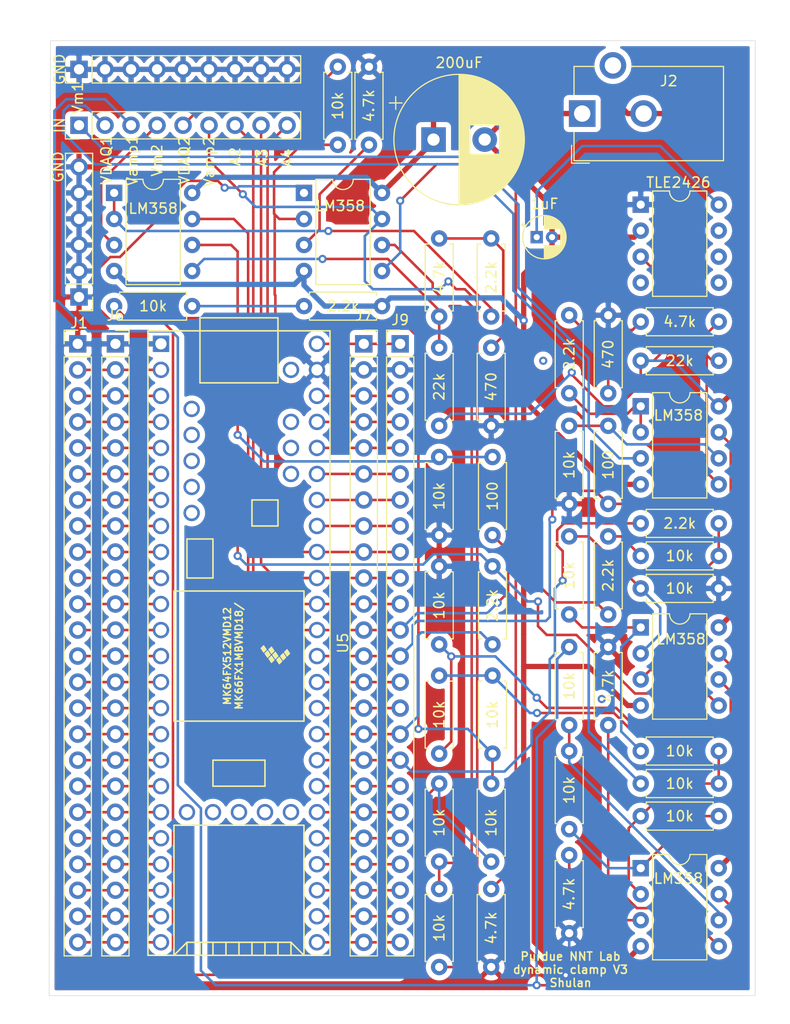
<source format=kicad_pcb>
(kicad_pcb (version 20171130) (host pcbnew "(5.1.10)-1")
  (layers (0 F.Cu signal) (31 B.Cu signal) (34 B.Paste user) (35 F.Paste user) (36 B.SilkS user) (37 F.SilkS user) (38 B.Mask user) (39 F.Mask user) (44 Edge.Cuts user))
  (net 0 "")
  (net 1 +9V)
  (net 2 -9V)
  (net 3 "Net-(C2-Pad1)")
  (net 4 "Net-(R1-Pad2)")
  (net 5 "Net-(R1-Pad1)")
  (net 6 "Net-(R3-Pad2)")
  (net 7 "Net-(R5-Pad1)")
  (net 8 "Net-(R7-Pad2)")
  (net 9 "Net-(R18-Pad1)")
  (net 10 "Net-(R10-Pad1)")
  (net 11 "Net-(R10-Pad2)")
  (net 12 "Net-(R11-Pad2)")
  (net 13 "Net-(R13-Pad2)")
  (net 14 "Net-(R14-Pad2)")
  (net 15 "Net-(R15-Pad2)")
  (net 16 "Net-(R17-Pad2)")
  (net 17 "Net-(J6-Pad24)")
  (net 18 "Net-(J6-Pad23)")
  (net 19 "Net-(J6-Pad22)")
  (net 20 "Net-(J6-Pad21)")
  (net 21 "Net-(J6-Pad20)")
  (net 22 "Net-(J6-Pad19)")
  (net 23 "Net-(J6-Pad18)")
  (net 24 "Net-(J6-Pad17)")
  (net 25 "Net-(J6-Pad16)")
  (net 26 "Net-(J6-Pad15)")
  (net 27 "Net-(J6-Pad14)")
  (net 28 "Net-(J6-Pad13)")
  (net 29 "Net-(J6-Pad12)")
  (net 30 "Net-(J6-Pad11)")
  (net 31 "Net-(J6-Pad10)")
  (net 32 "Net-(J6-Pad9)")
  (net 33 "Net-(J6-Pad8)")
  (net 34 "Net-(J6-Pad7)")
  (net 35 "Net-(J6-Pad6)")
  (net 36 "Net-(J6-Pad5)")
  (net 37 "Net-(J6-Pad4)")
  (net 38 "Net-(J6-Pad3)")
  (net 39 "Net-(J6-Pad2)")
  (net 40 "Net-(J7-Pad1)")
  (net 41 "Net-(J7-Pad3)")
  (net 42 "Net-(J7-Pad4)")
  (net 43 "Net-(J7-Pad5)")
  (net 44 "Net-(J7-Pad6)")
  (net 45 "Net-(J7-Pad7)")
  (net 46 "Net-(J7-Pad8)")
  (net 47 "Net-(J7-Pad14)")
  (net 48 "Net-(J7-Pad15)")
  (net 49 "Net-(J7-Pad18)")
  (net 50 "Net-(J7-Pad19)")
  (net 51 "Net-(J7-Pad20)")
  (net 52 "Net-(J7-Pad21)")
  (net 53 "Net-(J7-Pad22)")
  (net 54 "Net-(J7-Pad23)")
  (net 55 "Net-(J7-Pad24)")
  (net 56 GND)
  (net 57 trig3)
  (net 58 trig2)
  (net 59 trig1)
  (net 60 VampCh2)
  (net 61 VDAQCh2)
  (net 62 VmCh2)
  (net 63 VampCh1)
  (net 64 VDAQCh1)
  (net 65 VmCh1)
  (net 66 VDACCh1)
  (net 67 VDACCh2)
  (net 68 VinCh1)
  (net 69 VinCh2)
  (net 70 "Net-(R19-Pad2)")
  (net 71 "Net-(R19-Pad1)")
  (net 72 "Net-(R21-Pad2)")
  (net 73 "Net-(R23-Pad1)")
  (net 74 "Net-(R25-Pad2)")
  (net 75 "Net-(R26-Pad1)")
  (net 76 "Net-(R27-Pad1)")
  (net 77 "Net-(R28-Pad2)")
  (net 78 "Net-(R29-Pad2)")
  (net 79 "Net-(R31-Pad2)")
  (net 80 "Net-(R32-Pad2)")
  (net 81 "Net-(R33-Pad2)")
  (net 82 "Net-(R35-Pad2)")
  (module Resistor_THT:R_Axial_DIN0207_L6.3mm_D2.5mm_P7.62mm_Horizontal (layer F.Cu) (at 56.515 140.081 90)
    (fp_text reference 10k (at 3.81 0 90) (layer F.SilkS))
    (fp_text value 10k)
    (pad 1 thru_hole circle (at 0 0 90) (size 1.6 1.6) (drill 0.8) (layers *.Cu *.Mask) (net 76 "Net-(R27-Pad1)"))
    (pad 2 thru_hole oval (at 7.62 0 90) (size 1.6 1.6) (drill 0.8) (layers *.Cu *.Mask) (net 56 GND))
  )
  (module Resistor_THT:R_Axial_DIN0207_L6.3mm_D2.5mm_P7.62mm_Horizontal (layer F.Cu) (at 76.2 150.495)
    (fp_text reference 10k (at 3.81 0) (layer F.SilkS))
    (fp_text value 10k)
    (pad 2 thru_hole oval (at 7.62 0) (size 1.6 1.6) (drill 0.8) (layers *.Cu *.Mask) (net 12 "Net-(R11-Pad2)"))
    (pad 1 thru_hole circle (at 0 0) (size 1.6 1.6) (drill 0.8) (layers *.Cu *.Mask) (net 11 "Net-(R10-Pad2)"))
  )
  (module Capacitor_THT:CP_Radial_D12.5mm_P5.00mm (layer F.Cu) (at 55.96 90.805)
    (fp_text reference 200uF (at 2.5 -7.5) (layer F.SilkS))
    (fp_text value 200uF)
    (pad 1 thru_hole rect (at 0 0) (size 2.4 2.4) (drill 1.2) (layers *.Cu *.Mask) (net 1 +9V))
    (pad 2 thru_hole circle (at 5 0) (size 2.4 2.4) (drill 1.2) (layers *.Cu *.Mask) (net 2 -9V))
  )
  (module Capacitor_THT:CP_Radial_D4.0mm_P1.50mm (layer F.Cu) (at 66.04 100.33)
    (fp_text reference 1uF (at 0.75 -3.25) (layer F.SilkS))
    (fp_text value 1uF)
    (pad 1 thru_hole rect (at 0 0) (size 1.2 1.2) (drill 0.6) (layers *.Cu *.Mask) (net 3 "Net-(C2-Pad1)"))
    (pad 2 thru_hole circle (at 1.5 0) (size 1.2 1.2) (drill 0.6) (layers *.Cu *.Mask) (net 2 -9V))
  )
  (module Connector_PinHeader_2.54mm:PinHeader_1x06_P2.54mm_Vertical (layer F.Cu) (at 21.336 106.172 180)
    (fp_text reference J1 (at 0 -2.54) (layer F.SilkS))
    (fp_text value Conn_01x06_Female)
    (pad 1 thru_hole rect (at 0 0 180) (size 1.7 1.7) (drill 1) (layers *.Cu *.Mask) (net 56 GND))
    (pad 2 thru_hole oval (at 0 2.54 180) (size 1.7 1.7) (drill 1) (layers *.Cu *.Mask) (net 56 GND))
    (pad 3 thru_hole oval (at 0 5.08 180) (size 1.7 1.7) (drill 1) (layers *.Cu *.Mask) (net 56 GND))
    (pad 4 thru_hole oval (at 0 7.62 180) (size 1.7 1.7) (drill 1) (layers *.Cu *.Mask) (net 56 GND))
    (pad 5 thru_hole oval (at 0 10.16 180) (size 1.7 1.7) (drill 1) (layers *.Cu *.Mask) (net 56 GND))
    (pad 6 thru_hole oval (at 0 12.7 180) (size 1.7 1.7) (drill 1) (layers *.Cu *.Mask) (net 56 GND))
  )
  (module Connector_BarrelJack:BarrelJack_CUI_PJ-102AH_Horizontal (layer F.Cu) (at 70.485 88.265 90)
    (fp_text reference J2 (at 3.175 8.45) (layer F.SilkS))
    (fp_text value Barrel_Jack_MountingPin)
    (pad 1 thru_hole rect (at 0 0 90) (size 2.6 2.6) (drill 1.6) (layers *.Cu *.Mask) (net 2 -9V))
    (pad 2 thru_hole circle (at 0 6 90) (size 2.6 2.6) (drill 1.6) (layers *.Cu *.Mask) (net 1 +9V))
    (pad 3 thru_hole circle (at 4.7 3 90) (size 2.6 2.6) (drill 1.6) (layers *.Cu *.Mask))
  )
  (module Connector_PinSocket_2.54mm:PinSocket_1x24_P2.54mm_Vertical (layer F.Cu) (at 24.892 110.744)
    (fp_text reference J6 (at 0 -2.77) (layer F.SilkS))
    (fp_text value Conn_01x24_Female)
    (pad 1 thru_hole rect (at 0 0) (size 1.7 1.7) (drill 1) (layers *.Cu *.Mask) (net 56 GND))
    (pad 2 thru_hole oval (at 0 2.54) (size 1.7 1.7) (drill 1) (layers *.Cu *.Mask) (net 39 "Net-(J6-Pad2)"))
    (pad 3 thru_hole oval (at 0 5.08) (size 1.7 1.7) (drill 1) (layers *.Cu *.Mask) (net 38 "Net-(J6-Pad3)"))
    (pad 4 thru_hole oval (at 0 7.62) (size 1.7 1.7) (drill 1) (layers *.Cu *.Mask) (net 37 "Net-(J6-Pad4)"))
    (pad 5 thru_hole oval (at 0 10.16) (size 1.7 1.7) (drill 1) (layers *.Cu *.Mask) (net 36 "Net-(J6-Pad5)"))
    (pad 6 thru_hole oval (at 0 12.7) (size 1.7 1.7) (drill 1) (layers *.Cu *.Mask) (net 35 "Net-(J6-Pad6)"))
    (pad 7 thru_hole oval (at 0 15.24) (size 1.7 1.7) (drill 1) (layers *.Cu *.Mask) (net 34 "Net-(J6-Pad7)"))
    (pad 8 thru_hole oval (at 0 17.78) (size 1.7 1.7) (drill 1) (layers *.Cu *.Mask) (net 33 "Net-(J6-Pad8)"))
    (pad 9 thru_hole oval (at 0 20.32) (size 1.7 1.7) (drill 1) (layers *.Cu *.Mask) (net 32 "Net-(J6-Pad9)"))
    (pad 10 thru_hole oval (at 0 22.86) (size 1.7 1.7) (drill 1) (layers *.Cu *.Mask) (net 31 "Net-(J6-Pad10)"))
    (pad 11 thru_hole oval (at 0 25.4) (size 1.7 1.7) (drill 1) (layers *.Cu *.Mask) (net 30 "Net-(J6-Pad11)"))
    (pad 12 thru_hole oval (at 0 27.94) (size 1.7 1.7) (drill 1) (layers *.Cu *.Mask) (net 29 "Net-(J6-Pad12)"))
    (pad 13 thru_hole oval (at 0 30.48) (size 1.7 1.7) (drill 1) (layers *.Cu *.Mask) (net 28 "Net-(J6-Pad13)"))
    (pad 14 thru_hole oval (at 0 33.02) (size 1.7 1.7) (drill 1) (layers *.Cu *.Mask) (net 27 "Net-(J6-Pad14)"))
    (pad 15 thru_hole oval (at 0 35.56) (size 1.7 1.7) (drill 1) (layers *.Cu *.Mask) (net 26 "Net-(J6-Pad15)"))
    (pad 16 thru_hole oval (at 0 38.1) (size 1.7 1.7) (drill 1) (layers *.Cu *.Mask) (net 25 "Net-(J6-Pad16)"))
    (pad 17 thru_hole oval (at 0 40.64) (size 1.7 1.7) (drill 1) (layers *.Cu *.Mask) (net 24 "Net-(J6-Pad17)"))
    (pad 18 thru_hole oval (at 0 43.18) (size 1.7 1.7) (drill 1) (layers *.Cu *.Mask) (net 23 "Net-(J6-Pad18)"))
    (pad 19 thru_hole oval (at 0 45.72) (size 1.7 1.7) (drill 1) (layers *.Cu *.Mask) (net 22 "Net-(J6-Pad19)"))
    (pad 20 thru_hole oval (at 0 48.26) (size 1.7 1.7) (drill 1) (layers *.Cu *.Mask) (net 21 "Net-(J6-Pad20)"))
    (pad 21 thru_hole oval (at 0 50.8) (size 1.7 1.7) (drill 1) (layers *.Cu *.Mask) (net 20 "Net-(J6-Pad21)"))
    (pad 22 thru_hole oval (at 0 53.34) (size 1.7 1.7) (drill 1) (layers *.Cu *.Mask) (net 19 "Net-(J6-Pad22)"))
    (pad 23 thru_hole oval (at 0 55.88) (size 1.7 1.7) (drill 1) (layers *.Cu *.Mask) (net 18 "Net-(J6-Pad23)"))
    (pad 24 thru_hole oval (at 0 58.42) (size 1.7 1.7) (drill 1) (layers *.Cu *.Mask) (net 17 "Net-(J6-Pad24)"))
  )
  (module Connector_PinSocket_2.54mm:PinSocket_1x24_P2.54mm_Vertical (layer F.Cu) (at 49.149 110.744)
    (fp_text reference J7 (at 0 -2.77) (layer F.SilkS))
    (fp_text value Conn_01x24_Female)
    (pad 24 thru_hole oval (at 0 58.42) (size 1.7 1.7) (drill 1) (layers *.Cu *.Mask) (net 55 "Net-(J7-Pad24)"))
    (pad 23 thru_hole oval (at 0 55.88) (size 1.7 1.7) (drill 1) (layers *.Cu *.Mask) (net 54 "Net-(J7-Pad23)"))
    (pad 22 thru_hole oval (at 0 53.34) (size 1.7 1.7) (drill 1) (layers *.Cu *.Mask) (net 53 "Net-(J7-Pad22)"))
    (pad 21 thru_hole oval (at 0 50.8) (size 1.7 1.7) (drill 1) (layers *.Cu *.Mask) (net 52 "Net-(J7-Pad21)"))
    (pad 20 thru_hole oval (at 0 48.26) (size 1.7 1.7) (drill 1) (layers *.Cu *.Mask) (net 51 "Net-(J7-Pad20)"))
    (pad 19 thru_hole oval (at 0 45.72) (size 1.7 1.7) (drill 1) (layers *.Cu *.Mask) (net 50 "Net-(J7-Pad19)"))
    (pad 18 thru_hole oval (at 0 43.18) (size 1.7 1.7) (drill 1) (layers *.Cu *.Mask) (net 49 "Net-(J7-Pad18)"))
    (pad 17 thru_hole oval (at 0 40.64) (size 1.7 1.7) (drill 1) (layers *.Cu *.Mask) (net 66 VDACCh1))
    (pad 16 thru_hole oval (at 0 38.1) (size 1.7 1.7) (drill 1) (layers *.Cu *.Mask) (net 67 VDACCh2))
    (pad 15 thru_hole oval (at 0 35.56) (size 1.7 1.7) (drill 1) (layers *.Cu *.Mask) (net 48 "Net-(J7-Pad15)"))
    (pad 14 thru_hole oval (at 0 33.02) (size 1.7 1.7) (drill 1) (layers *.Cu *.Mask) (net 47 "Net-(J7-Pad14)"))
    (pad 13 thru_hole oval (at 0 30.48) (size 1.7 1.7) (drill 1) (layers *.Cu *.Mask) (net 68 VinCh1))
    (pad 12 thru_hole oval (at 0 27.94) (size 1.7 1.7) (drill 1) (layers *.Cu *.Mask) (net 69 VinCh2))
    (pad 11 thru_hole oval (at 0 25.4) (size 1.7 1.7) (drill 1) (layers *.Cu *.Mask) (net 59 trig1))
    (pad 10 thru_hole oval (at 0 22.86) (size 1.7 1.7) (drill 1) (layers *.Cu *.Mask) (net 58 trig2))
    (pad 9 thru_hole oval (at 0 20.32) (size 1.7 1.7) (drill 1) (layers *.Cu *.Mask) (net 57 trig3))
    (pad 8 thru_hole oval (at 0 17.78) (size 1.7 1.7) (drill 1) (layers *.Cu *.Mask) (net 46 "Net-(J7-Pad8)"))
    (pad 7 thru_hole oval (at 0 15.24) (size 1.7 1.7) (drill 1) (layers *.Cu *.Mask) (net 45 "Net-(J7-Pad7)"))
    (pad 6 thru_hole oval (at 0 12.7) (size 1.7 1.7) (drill 1) (layers *.Cu *.Mask) (net 44 "Net-(J7-Pad6)"))
    (pad 5 thru_hole oval (at 0 10.16) (size 1.7 1.7) (drill 1) (layers *.Cu *.Mask) (net 43 "Net-(J7-Pad5)"))
    (pad 4 thru_hole oval (at 0 7.62) (size 1.7 1.7) (drill 1) (layers *.Cu *.Mask) (net 42 "Net-(J7-Pad4)"))
    (pad 3 thru_hole oval (at 0 5.08) (size 1.7 1.7) (drill 1) (layers *.Cu *.Mask) (net 41 "Net-(J7-Pad3)"))
    (pad 2 thru_hole oval (at 0 2.54) (size 1.7 1.7) (drill 1) (layers *.Cu *.Mask) (net 56 GND))
    (pad 1 thru_hole rect (at 0 0) (size 1.7 1.7) (drill 1) (layers *.Cu *.Mask) (net 40 "Net-(J7-Pad1)"))
  )
  (module Resistor_THT:R_Axial_DIN0207_L6.3mm_D2.5mm_P7.62mm_Horizontal (layer F.Cu) (at 69.215 115.57 90)
    (fp_text reference 2.2k (at 3.81 0 90) (layer F.SilkS))
    (fp_text value 2.2k)
    (pad 2 thru_hole oval (at 7.62 0 90) (size 1.6 1.6) (drill 0.8) (layers *.Cu *.Mask) (net 4 "Net-(R1-Pad2)"))
    (pad 1 thru_hole circle (at 0 0 90) (size 1.6 1.6) (drill 0.8) (layers *.Cu *.Mask) (net 5 "Net-(R1-Pad1)"))
  )
  (module Resistor_THT:R_Axial_DIN0207_L6.3mm_D2.5mm_P7.62mm_Horizontal (layer F.Cu) (at 73.025 115.57 90)
    (fp_text reference 470 (at 3.81 0 90) (layer F.SilkS))
    (fp_text value 470)
    (pad 2 thru_hole oval (at 7.62 0 90) (size 1.6 1.6) (drill 0.8) (layers *.Cu *.Mask) (net 56 GND))
    (pad 1 thru_hole circle (at 0 0 90) (size 1.6 1.6) (drill 0.8) (layers *.Cu *.Mask) (net 4 "Net-(R1-Pad2)"))
  )
  (module Resistor_THT:R_Axial_DIN0207_L6.3mm_D2.5mm_P7.62mm_Horizontal (layer F.Cu) (at 76.2 108.585)
    (fp_text reference 4.7k (at 3.81 0) (layer F.SilkS))
    (fp_text value 4.7k)
    (pad 1 thru_hole circle (at 0 0) (size 1.6 1.6) (drill 0.8) (layers *.Cu *.Mask) (net 4 "Net-(R1-Pad2)"))
    (pad 2 thru_hole oval (at 7.62 0) (size 1.6 1.6) (drill 0.8) (layers *.Cu *.Mask) (net 6 "Net-(R3-Pad2)"))
  )
  (module Resistor_THT:R_Axial_DIN0207_L6.3mm_D2.5mm_P7.62mm_Horizontal (layer F.Cu) (at 76.2 112.395)
    (fp_text reference 22k (at 3.81 0) (layer F.SilkS))
    (fp_text value 22k)
    (pad 1 thru_hole circle (at 0 0) (size 1.6 1.6) (drill 0.8) (layers *.Cu *.Mask) (net 1 +9V))
    (pad 2 thru_hole oval (at 7.62 0) (size 1.6 1.6) (drill 0.8) (layers *.Cu *.Mask) (net 6 "Net-(R3-Pad2)"))
  )
  (module Resistor_THT:R_Axial_DIN0207_L6.3mm_D2.5mm_P7.62mm_Horizontal (layer F.Cu) (at 69.215 118.745 270)
    (fp_text reference 10k (at 3.81 0 90) (layer F.SilkS))
    (fp_text value 10k)
    (pad 2 thru_hole oval (at 7.62 0 270) (size 1.6 1.6) (drill 0.8) (layers *.Cu *.Mask) (net 56 GND))
    (pad 1 thru_hole circle (at 0 0 270) (size 1.6 1.6) (drill 0.8) (layers *.Cu *.Mask) (net 7 "Net-(R5-Pad1)"))
  )
  (module Resistor_THT:R_Axial_DIN0207_L6.3mm_D2.5mm_P7.62mm_Horizontal (layer F.Cu) (at 73.025 118.745 270)
    (fp_text reference 100 (at 3.81 0 90) (layer F.SilkS))
    (fp_text value 100)
    (pad 1 thru_hole circle (at 0 0 270) (size 1.6 1.6) (drill 0.8) (layers *.Cu *.Mask) (net 7 "Net-(R5-Pad1)"))
    (pad 2 thru_hole oval (at 7.62 0 270) (size 1.6 1.6) (drill 0.8) (layers *.Cu *.Mask) (net 68 VinCh1))
  )
  (module Resistor_THT:R_Axial_DIN0207_L6.3mm_D2.5mm_P7.62mm_Horizontal (layer F.Cu) (at 76.2 128.27)
    (fp_text reference 2.2k (at 3.81 0) (layer F.SilkS))
    (fp_text value 2.2k)
    (pad 2 thru_hole oval (at 7.62 0) (size 1.6 1.6) (drill 0.8) (layers *.Cu *.Mask) (net 8 "Net-(R7-Pad2)"))
    (pad 1 thru_hole circle (at 0 0) (size 1.6 1.6) (drill 0.8) (layers *.Cu *.Mask) (net 66 VDACCh1))
  )
  (module Resistor_THT:R_Axial_DIN0207_L6.3mm_D2.5mm_P7.62mm_Horizontal (layer F.Cu) (at 76.2 131.445)
    (fp_text reference 10k (at 3.81 0) (layer F.SilkS))
    (fp_text value 10k)
    (pad 1 thru_hole circle (at 0 0) (size 1.6 1.6) (drill 0.8) (layers *.Cu *.Mask) (net 9 "Net-(R18-Pad1)"))
    (pad 2 thru_hole oval (at 7.62 0) (size 1.6 1.6) (drill 0.8) (layers *.Cu *.Mask) (net 8 "Net-(R7-Pad2)"))
  )
  (module Resistor_THT:R_Axial_DIN0207_L6.3mm_D2.5mm_P7.62mm_Horizontal (layer F.Cu) (at 76.2 134.62)
    (fp_text reference 10k (at 3.81 0) (layer F.SilkS))
    (fp_text value 10k)
    (pad 1 thru_hole circle (at 0 0) (size 1.6 1.6) (drill 0.8) (layers *.Cu *.Mask) (net 10 "Net-(R10-Pad1)"))
    (pad 2 thru_hole oval (at 7.62 0) (size 1.6 1.6) (drill 0.8) (layers *.Cu *.Mask) (net 56 GND))
  )
  (module Resistor_THT:R_Axial_DIN0207_L6.3mm_D2.5mm_P7.62mm_Horizontal (layer F.Cu) (at 69.215 129.54 270)
    (fp_text reference 10k (at 3.81 0 90) (layer F.SilkS))
    (fp_text value 10k)
    (pad 2 thru_hole oval (at 7.62 0 270) (size 1.6 1.6) (drill 0.8) (layers *.Cu *.Mask) (net 11 "Net-(R10-Pad2)"))
    (pad 1 thru_hole circle (at 0 0 270) (size 1.6 1.6) (drill 0.8) (layers *.Cu *.Mask) (net 10 "Net-(R10-Pad1)"))
  )
  (module Resistor_THT:R_Axial_DIN0207_L6.3mm_D2.5mm_P7.62mm_Horizontal (layer F.Cu) (at 83.82 153.67 180)
    (fp_text reference 10k (at 3.81 0) (layer F.SilkS))
    (fp_text value 10k)
    (pad 1 thru_hole circle (at 0 0 180) (size 1.6 1.6) (drill 0.8) (layers *.Cu *.Mask) (net 12 "Net-(R11-Pad2)"))
    (pad 2 thru_hole oval (at 7.62 0 180) (size 1.6 1.6) (drill 0.8) (layers *.Cu *.Mask) (net 64 VDAQCh1))
  )
  (module Resistor_THT:R_Axial_DIN0207_L6.3mm_D2.5mm_P7.62mm_Horizontal (layer F.Cu) (at 76.2 156.845)
    (fp_text reference 10k (at 3.81 0) (layer F.SilkS))
    (fp_text value 10k)
    (pad 2 thru_hole oval (at 7.62 0) (size 1.6 1.6) (drill 0.8) (layers *.Cu *.Mask) (net 13 "Net-(R13-Pad2)"))
    (pad 1 thru_hole circle (at 0 0) (size 1.6 1.6) (drill 0.8) (layers *.Cu *.Mask) (net 12 "Net-(R11-Pad2)"))
  )
  (module Resistor_THT:R_Axial_DIN0207_L6.3mm_D2.5mm_P7.62mm_Horizontal (layer F.Cu) (at 69.215 168.275 90)
    (fp_text reference 4.7k (at 3.81 0 90) (layer F.SilkS))
    (fp_text value 4.7k)
    (pad 1 thru_hole circle (at 0 0 90) (size 1.6 1.6) (drill 0.8) (layers *.Cu *.Mask) (net 56 GND))
    (pad 2 thru_hole oval (at 7.62 0 90) (size 1.6 1.6) (drill 0.8) (layers *.Cu *.Mask) (net 14 "Net-(R14-Pad2)"))
  )
  (module Resistor_THT:R_Axial_DIN0207_L6.3mm_D2.5mm_P7.62mm_Horizontal (layer F.Cu) (at 69.215 158.115 90)
    (fp_text reference 10k (at 3.81 0 90) (layer F.SilkS))
    (fp_text value 10k)
    (pad 1 thru_hole circle (at 0 0 90) (size 1.6 1.6) (drill 0.8) (layers *.Cu *.Mask) (net 13 "Net-(R13-Pad2)"))
    (pad 2 thru_hole oval (at 7.62 0 90) (size 1.6 1.6) (drill 0.8) (layers *.Cu *.Mask) (net 15 "Net-(R15-Pad2)"))
  )
  (module Resistor_THT:R_Axial_DIN0207_L6.3mm_D2.5mm_P7.62mm_Horizontal (layer F.Cu) (at 69.215 147.955 90)
    (fp_text reference 10k (at 3.81 0 90) (layer F.SilkS))
    (fp_text value 10k)
    (pad 1 thru_hole circle (at 0 0 90) (size 1.6 1.6) (drill 0.8) (layers *.Cu *.Mask) (net 15 "Net-(R15-Pad2)"))
    (pad 2 thru_hole oval (at 7.62 0 90) (size 1.6 1.6) (drill 0.8) (layers *.Cu *.Mask) (net 63 VampCh1))
  )
  (module Resistor_THT:R_Axial_DIN0207_L6.3mm_D2.5mm_P7.62mm_Horizontal (layer F.Cu) (at 73.025 140.335 270)
    (fp_text reference 4.7k (at 3.81 0 90) (layer F.SilkS))
    (fp_text value 4.7k)
    (pad 2 thru_hole oval (at 7.62 0 270) (size 1.6 1.6) (drill 0.8) (layers *.Cu *.Mask) (net 16 "Net-(R17-Pad2)"))
    (pad 1 thru_hole circle (at 0 0 270) (size 1.6 1.6) (drill 0.8) (layers *.Cu *.Mask) (net 56 GND))
  )
  (module Resistor_THT:R_Axial_DIN0207_L6.3mm_D2.5mm_P7.62mm_Horizontal (layer F.Cu) (at 73.025 129.54 270)
    (fp_text reference 2.2k (at 3.81 0 90) (layer F.SilkS))
    (fp_text value 2.2k)
    (pad 2 thru_hole oval (at 7.62 0 270) (size 1.6 1.6) (drill 0.8) (layers *.Cu *.Mask) (net 2 -9V))
    (pad 1 thru_hole circle (at 0 0 270) (size 1.6 1.6) (drill 0.8) (layers *.Cu *.Mask) (net 9 "Net-(R18-Pad1)"))
  )
  (module Package_DIP:DIP-8_W7.62mm (layer F.Cu) (at 76.2 116.84)
    (fp_text reference LM358 (at 3.683 0.889) (layer F.SilkS))
    (fp_text value LM358)
    (pad 8 thru_hole oval (at 7.62 0) (size 1.6 1.6) (drill 0.8) (layers *.Cu *.Mask) (net 1 +9V))
    (pad 4 thru_hole oval (at 0 7.62) (size 1.6 1.6) (drill 0.8) (layers *.Cu *.Mask) (net 2 -9V))
    (pad 7 thru_hole oval (at 7.62 2.54) (size 1.6 1.6) (drill 0.8) (layers *.Cu *.Mask) (net 68 VinCh1))
    (pad 3 thru_hole oval (at 0 5.08) (size 1.6 1.6) (drill 0.8) (layers *.Cu *.Mask) (net 65 VmCh1))
    (pad 6 thru_hole oval (at 7.62 5.08) (size 1.6 1.6) (drill 0.8) (layers *.Cu *.Mask) (net 7 "Net-(R5-Pad1)"))
    (pad 2 thru_hole oval (at 0 2.54) (size 1.6 1.6) (drill 0.8) (layers *.Cu *.Mask) (net 5 "Net-(R1-Pad1)"))
    (pad 5 thru_hole oval (at 7.62 7.62) (size 1.6 1.6) (drill 0.8) (layers *.Cu *.Mask) (net 6 "Net-(R3-Pad2)"))
    (pad 1 thru_hole rect (at 0 0) (size 1.6 1.6) (drill 0.8) (layers *.Cu *.Mask) (net 5 "Net-(R1-Pad1)"))
  )
  (module Package_DIP:DIP-8_W7.62mm (layer F.Cu) (at 76.2 138.43)
    (fp_text reference LM358 (at 3.937 1.143) (layer F.SilkS))
    (fp_text value LM358)
    (pad 1 thru_hole rect (at 0 0) (size 1.6 1.6) (drill 0.8) (layers *.Cu *.Mask) (net 11 "Net-(R10-Pad2)"))
    (pad 5 thru_hole oval (at 7.62 7.62) (size 1.6 1.6) (drill 0.8) (layers *.Cu *.Mask) (net 74 "Net-(R25-Pad2)"))
    (pad 2 thru_hole oval (at 0 2.54) (size 1.6 1.6) (drill 0.8) (layers *.Cu *.Mask) (net 10 "Net-(R10-Pad1)"))
    (pad 6 thru_hole oval (at 7.62 5.08) (size 1.6 1.6) (drill 0.8) (layers *.Cu *.Mask) (net 76 "Net-(R27-Pad1)"))
    (pad 3 thru_hole oval (at 0 5.08) (size 1.6 1.6) (drill 0.8) (layers *.Cu *.Mask) (net 8 "Net-(R7-Pad2)"))
    (pad 7 thru_hole oval (at 7.62 2.54) (size 1.6 1.6) (drill 0.8) (layers *.Cu *.Mask) (net 77 "Net-(R28-Pad2)"))
    (pad 4 thru_hole oval (at 0 7.62) (size 1.6 1.6) (drill 0.8) (layers *.Cu *.Mask) (net 2 -9V))
    (pad 8 thru_hole oval (at 7.62 0) (size 1.6 1.6) (drill 0.8) (layers *.Cu *.Mask) (net 1 +9V))
  )
  (module Package_DIP:DIP-8_W7.62mm (layer F.Cu) (at 76.2 161.925)
    (fp_text reference LM358 (at 3.683 1.016) (layer F.SilkS))
    (fp_text value LM358)
    (pad 1 thru_hole rect (at 0 0) (size 1.6 1.6) (drill 0.8) (layers *.Cu *.Mask) (net 13 "Net-(R13-Pad2)"))
    (pad 5 thru_hole oval (at 7.62 7.62) (size 1.6 1.6) (drill 0.8) (layers *.Cu *.Mask) (net 16 "Net-(R17-Pad2)"))
    (pad 2 thru_hole oval (at 0 2.54) (size 1.6 1.6) (drill 0.8) (layers *.Cu *.Mask) (net 12 "Net-(R11-Pad2)"))
    (pad 6 thru_hole oval (at 7.62 5.08) (size 1.6 1.6) (drill 0.8) (layers *.Cu *.Mask) (net 15 "Net-(R15-Pad2)"))
    (pad 3 thru_hole oval (at 0 5.08) (size 1.6 1.6) (drill 0.8) (layers *.Cu *.Mask) (net 14 "Net-(R14-Pad2)"))
    (pad 7 thru_hole oval (at 7.62 2.54) (size 1.6 1.6) (drill 0.8) (layers *.Cu *.Mask) (net 63 VampCh1))
    (pad 4 thru_hole oval (at 0 7.62) (size 1.6 1.6) (drill 0.8) (layers *.Cu *.Mask) (net 2 -9V))
    (pad 8 thru_hole oval (at 7.62 0) (size 1.6 1.6) (drill 0.8) (layers *.Cu *.Mask) (net 1 +9V))
  )
  (module Package_DIP:DIP-8_W7.62mm (layer F.Cu) (at 76.2 97.155)
    (fp_text reference TLE2426 (at 3.683 -2.159) (layer F.SilkS))
    (fp_text value TLE2426xD)
    (pad 8 thru_hole oval (at 7.62 0) (size 1.6 1.6) (drill 0.8) (layers *.Cu *.Mask) (net 3 "Net-(C2-Pad1)"))
    (pad 4 thru_hole oval (at 0 7.62) (size 1.6 1.6) (drill 0.8) (layers *.Cu *.Mask))
    (pad 7 thru_hole oval (at 7.62 2.54) (size 1.6 1.6) (drill 0.8) (layers *.Cu *.Mask))
    (pad 3 thru_hole oval (at 0 5.08) (size 1.6 1.6) (drill 0.8) (layers *.Cu *.Mask) (net 1 +9V))
    (pad 6 thru_hole oval (at 7.62 5.08) (size 1.6 1.6) (drill 0.8) (layers *.Cu *.Mask))
    (pad 2 thru_hole oval (at 0 2.54) (size 1.6 1.6) (drill 0.8) (layers *.Cu *.Mask) (net 2 -9V))
    (pad 5 thru_hole oval (at 7.62 7.62) (size 1.6 1.6) (drill 0.8) (layers *.Cu *.Mask))
    (pad 1 thru_hole rect (at 0 0) (size 1.6 1.6) (drill 0.8) (layers *.Cu *.Mask) (net 56 GND))
  )
  (module teensy:Teensy35_36 (layer F.Cu) (at 36.957 139.954 270)
    (fp_text reference U5 (at 0 -10.16 90) (layer F.SilkS))
    (fp_text value Teensy3.6)
    (fp_text user MK66FX1MBVMD18/ (at 1.27 0 90) (layer F.SilkS) (effects (font (size 0.7 0.7))))
    (fp_text user MK64FX512VMD12 (at 1.27 1.143 90) (layer F.SilkS) (effects (font (size 0.7 0.7))))
    (pad 17 thru_hole circle (at 11.43 7.62 270) (size 1.6 1.6) (drill 1.1) (layers *.Cu *.Mask) (net 24 "Net-(J6-Pad17)"))
    (pad 18 thru_hole circle (at 13.97 7.62 270) (size 1.6 1.6) (drill 1.1) (layers *.Cu *.Mask) (net 23 "Net-(J6-Pad18)"))
    (pad 19 thru_hole circle (at 16.51 7.62 270) (size 1.6 1.6) (drill 1.1) (layers *.Cu *.Mask) (net 22 "Net-(J6-Pad19)"))
    (pad 20 thru_hole circle (at 19.05 7.62 270) (size 1.6 1.6) (drill 1.1) (layers *.Cu *.Mask) (net 21 "Net-(J6-Pad20)"))
    (pad 16 thru_hole circle (at 8.89 7.62 270) (size 1.6 1.6) (drill 1.1) (layers *.Cu *.Mask) (net 25 "Net-(J6-Pad16)"))
    (pad 15 thru_hole circle (at 6.35 7.62 270) (size 1.6 1.6) (drill 1.1) (layers *.Cu *.Mask) (net 26 "Net-(J6-Pad15)"))
    (pad 14 thru_hole circle (at 3.81 7.62 270) (size 1.6 1.6) (drill 1.1) (layers *.Cu *.Mask) (net 27 "Net-(J6-Pad14)"))
    (pad 21 thru_hole circle (at 21.59 7.62 270) (size 1.6 1.6) (drill 1.1) (layers *.Cu *.Mask) (net 20 "Net-(J6-Pad21)"))
    (pad 22 thru_hole circle (at 24.13 7.62 270) (size 1.6 1.6) (drill 1.1) (layers *.Cu *.Mask) (net 19 "Net-(J6-Pad22)"))
    (pad 23 thru_hole circle (at 26.67 7.62 270) (size 1.6 1.6) (drill 1.1) (layers *.Cu *.Mask) (net 18 "Net-(J6-Pad23)"))
    (pad 24 thru_hole circle (at 29.21 7.62 270) (size 1.6 1.6) (drill 1.1) (layers *.Cu *.Mask) (net 17 "Net-(J6-Pad24)"))
    (pad 25 thru_hole circle (at 16.51 5.08 270) (size 1.6 1.6) (drill 1.1) (layers *.Cu *.Mask))
    (pad 26 thru_hole circle (at 16.51 2.54 270) (size 1.6 1.6) (drill 1.1) (layers *.Cu *.Mask))
    (pad 27 thru_hole circle (at 16.51 0 270) (size 1.6 1.6) (drill 1.1) (layers *.Cu *.Mask))
    (pad 28 thru_hole circle (at 16.51 -2.54 270) (size 1.6 1.6) (drill 1.1) (layers *.Cu *.Mask))
    (pad 29 thru_hole circle (at 16.51 -5.08 270) (size 1.6 1.6) (drill 1.1) (layers *.Cu *.Mask))
    (pad 30 thru_hole circle (at 29.21 -7.62 270) (size 1.6 1.6) (drill 1.1) (layers *.Cu *.Mask) (net 55 "Net-(J7-Pad24)"))
    (pad 31 thru_hole circle (at 26.67 -7.62 270) (size 1.6 1.6) (drill 1.1) (layers *.Cu *.Mask) (net 54 "Net-(J7-Pad23)"))
    (pad 32 thru_hole circle (at 24.13 -7.62 270) (size 1.6 1.6) (drill 1.1) (layers *.Cu *.Mask) (net 53 "Net-(J7-Pad22)"))
    (pad 33 thru_hole circle (at 21.59 -7.62 270) (size 1.6 1.6) (drill 1.1) (layers *.Cu *.Mask) (net 52 "Net-(J7-Pad21)"))
    (pad 34 thru_hole circle (at 19.05 -7.62 270) (size 1.6 1.6) (drill 1.1) (layers *.Cu *.Mask) (net 51 "Net-(J7-Pad20)"))
    (pad 35 thru_hole circle (at 16.51 -7.62 270) (size 1.6 1.6) (drill 1.1) (layers *.Cu *.Mask) (net 50 "Net-(J7-Pad19)"))
    (pad 36 thru_hole circle (at 13.97 -7.62 270) (size 1.6 1.6) (drill 1.1) (layers *.Cu *.Mask) (net 49 "Net-(J7-Pad18)"))
    (pad 37 thru_hole circle (at 11.43 -7.62 270) (size 1.6 1.6) (drill 1.1) (layers *.Cu *.Mask) (net 66 VDACCh1))
    (pad 13 thru_hole circle (at 1.27 7.62 270) (size 1.6 1.6) (drill 1.1) (layers *.Cu *.Mask) (net 28 "Net-(J6-Pad13)"))
    (pad 12 thru_hole circle (at -1.27 7.62 270) (size 1.6 1.6) (drill 1.1) (layers *.Cu *.Mask) (net 29 "Net-(J6-Pad12)"))
    (pad 11 thru_hole circle (at -3.81 7.62 270) (size 1.6 1.6) (drill 1.1) (layers *.Cu *.Mask) (net 30 "Net-(J6-Pad11)"))
    (pad 10 thru_hole circle (at -6.35 7.62 270) (size 1.6 1.6) (drill 1.1) (layers *.Cu *.Mask) (net 31 "Net-(J6-Pad10)"))
    (pad 9 thru_hole circle (at -8.89 7.62 270) (size 1.6 1.6) (drill 1.1) (layers *.Cu *.Mask) (net 32 "Net-(J6-Pad9)"))
    (pad 8 thru_hole circle (at -11.43 7.62 270) (size 1.6 1.6) (drill 1.1) (layers *.Cu *.Mask) (net 33 "Net-(J6-Pad8)"))
    (pad 7 thru_hole circle (at -13.97 7.62 270) (size 1.6 1.6) (drill 1.1) (layers *.Cu *.Mask) (net 34 "Net-(J6-Pad7)"))
    (pad 6 thru_hole circle (at -16.51 7.62 270) (size 1.6 1.6) (drill 1.1) (layers *.Cu *.Mask) (net 35 "Net-(J6-Pad6)"))
    (pad 5 thru_hole circle (at -19.05 7.62 270) (size 1.6 1.6) (drill 1.1) (layers *.Cu *.Mask) (net 36 "Net-(J6-Pad5)"))
    (pad 4 thru_hole circle (at -21.59 7.62 270) (size 1.6 1.6) (drill 1.1) (layers *.Cu *.Mask) (net 37 "Net-(J6-Pad4)"))
    (pad 3 thru_hole circle (at -24.13 7.62 270) (size 1.6 1.6) (drill 1.1) (layers *.Cu *.Mask) (net 38 "Net-(J6-Pad3)"))
    (pad 2 thru_hole circle (at -26.67 7.62 270) (size 1.6 1.6) (drill 1.1) (layers *.Cu *.Mask) (net 39 "Net-(J6-Pad2)"))
    (pad 1 thru_hole rect (at -29.21 7.62 270) (size 1.6 1.6) (drill 1.1) (layers *.Cu *.Mask) (net 56 GND))
    (pad 38 thru_hole circle (at 8.89 -7.62 270) (size 1.6 1.6) (drill 1.1) (layers *.Cu *.Mask) (net 67 VDACCh2))
    (pad 39 thru_hole circle (at 6.35 -7.62 270) (size 1.6 1.6) (drill 1.1) (layers *.Cu *.Mask) (net 48 "Net-(J7-Pad15)"))
    (pad 40 thru_hole circle (at 3.81 -7.62 270) (size 1.6 1.6) (drill 1.1) (layers *.Cu *.Mask) (net 47 "Net-(J7-Pad14)"))
    (pad 41 thru_hole circle (at 1.27 -7.62 270) (size 1.6 1.6) (drill 1.1) (layers *.Cu *.Mask) (net 68 VinCh1))
    (pad 42 thru_hole circle (at -1.27 -7.62 270) (size 1.6 1.6) (drill 1.1) (layers *.Cu *.Mask) (net 69 VinCh2))
    (pad 43 thru_hole circle (at -3.81 -7.62 270) (size 1.6 1.6) (drill 1.1) (layers *.Cu *.Mask) (net 59 trig1))
    (pad 44 thru_hole circle (at -6.35 -7.62 270) (size 1.6 1.6) (drill 1.1) (layers *.Cu *.Mask) (net 58 trig2))
    (pad 45 thru_hole circle (at -8.89 -7.62 270) (size 1.6 1.6) (drill 1.1) (layers *.Cu *.Mask) (net 57 trig3))
    (pad 46 thru_hole circle (at -11.43 -7.62 270) (size 1.6 1.6) (drill 1.1) (layers *.Cu *.Mask) (net 46 "Net-(J7-Pad8)"))
    (pad 47 thru_hole circle (at -13.97 -7.62 270) (size 1.6 1.6) (drill 1.1) (layers *.Cu *.Mask) (net 45 "Net-(J7-Pad7)"))
    (pad 48 thru_hole circle (at -16.51 -7.62 270) (size 1.6 1.6) (drill 1.1) (layers *.Cu *.Mask) (net 44 "Net-(J7-Pad6)"))
    (pad 49 thru_hole circle (at -19.05 -7.62 270) (size 1.6 1.6) (drill 1.1) (layers *.Cu *.Mask) (net 43 "Net-(J7-Pad5)"))
    (pad 50 thru_hole circle (at -21.59 -7.62 270) (size 1.6 1.6) (drill 1.1) (layers *.Cu *.Mask) (net 42 "Net-(J7-Pad4)"))
    (pad 51 thru_hole circle (at -24.13 -7.62 270) (size 1.6 1.6) (drill 1.1) (layers *.Cu *.Mask) (net 41 "Net-(J7-Pad3)"))
    (pad 52 thru_hole circle (at -26.67 -7.62 270) (size 1.6 1.6) (drill 1.1) (layers *.Cu *.Mask) (net 56 GND))
    (pad 53 thru_hole circle (at -29.21 -7.62 270) (size 1.6 1.6) (drill 1.1) (layers *.Cu *.Mask) (net 40 "Net-(J7-Pad1)"))
    (pad 54 thru_hole circle (at -26.67 -5.08 270) (size 1.6 1.6) (drill 1.1) (layers *.Cu *.Mask))
    (pad 55 thru_hole circle (at -21.59 -5.08 270) (size 1.6 1.6) (drill 1.1) (layers *.Cu *.Mask))
    (pad 56 thru_hole circle (at -19.05 -5.08 270) (size 1.6 1.6) (drill 1.1) (layers *.Cu *.Mask))
    (pad 57 thru_hole circle (at -16.51 -5.08 270) (size 1.6 1.6) (drill 1.1) (layers *.Cu *.Mask))
    (pad 58 thru_hole circle (at -22.86 4.62 270) (size 1.6 1.6) (drill 1.1) (layers *.Cu *.Mask))
    (pad 59 thru_hole circle (at -20.32 4.62 270) (size 1.6 1.6) (drill 1.1) (layers *.Cu *.Mask))
    (pad 60 thru_hole circle (at -17.78 4.62 270) (size 1.6 1.6) (drill 1.1) (layers *.Cu *.Mask))
    (pad 61 thru_hole circle (at -15.24 4.62 270) (size 1.6 1.6) (drill 1.1) (layers *.Cu *.Mask))
    (pad 62 thru_hole circle (at -12.7 4.62 270) (size 1.6 1.6) (drill 1.1) (layers *.Cu *.Mask))
  )
  (module Connector_PinHeader_2.54mm:PinHeader_1x09_P2.54mm_Vertical (layer F.Cu) (at 21.336 89.408 90)
    (fp_text reference IN (at 0 -1.905 90) (layer F.SilkS))
    (fp_text value Conn_01x09_Male)
    (pad 9 thru_hole oval (at 0 20.32 90) (size 1.7 1.7) (drill 1) (layers *.Cu *.Mask) (net 57 trig3))
    (pad 8 thru_hole oval (at 0 17.78 90) (size 1.7 1.7) (drill 1) (layers *.Cu *.Mask) (net 58 trig2))
    (pad 7 thru_hole oval (at 0 15.24 90) (size 1.7 1.7) (drill 1) (layers *.Cu *.Mask) (net 59 trig1))
    (pad 6 thru_hole oval (at 0 12.7 90) (size 1.7 1.7) (drill 1) (layers *.Cu *.Mask) (net 60 VampCh2))
    (pad 5 thru_hole oval (at 0 10.16 90) (size 1.7 1.7) (drill 1) (layers *.Cu *.Mask) (net 61 VDAQCh2))
    (pad 4 thru_hole oval (at 0 7.62 90) (size 1.7 1.7) (drill 1) (layers *.Cu *.Mask) (net 62 VmCh2))
    (pad 3 thru_hole oval (at 0 5.08 90) (size 1.7 1.7) (drill 1) (layers *.Cu *.Mask) (net 63 VampCh1))
    (pad 2 thru_hole oval (at 0 2.54 90) (size 1.7 1.7) (drill 1) (layers *.Cu *.Mask) (net 64 VDAQCh1))
    (pad 1 thru_hole rect (at 0 0 90) (size 1.7 1.7) (drill 1) (layers *.Cu *.Mask) (net 65 VmCh1))
  )
  (module Connector_PinHeader_2.54mm:PinHeader_1x09_P2.54mm_Vertical (layer F.Cu) (at 21.336 83.947 90)
    (fp_text reference GND (at 0 -1.905 90) (layer F.SilkS))
    (fp_text value Conn_01x09_Male)
    (pad 1 thru_hole rect (at 0 0 90) (size 1.7 1.7) (drill 1) (layers *.Cu *.Mask) (net 56 GND))
    (pad 2 thru_hole oval (at 0 2.54 90) (size 1.7 1.7) (drill 1) (layers *.Cu *.Mask) (net 56 GND))
    (pad 3 thru_hole oval (at 0 5.08 90) (size 1.7 1.7) (drill 1) (layers *.Cu *.Mask) (net 56 GND))
    (pad 4 thru_hole oval (at 0 7.62 90) (size 1.7 1.7) (drill 1) (layers *.Cu *.Mask) (net 56 GND))
    (pad 5 thru_hole oval (at 0 10.16 90) (size 1.7 1.7) (drill 1) (layers *.Cu *.Mask) (net 56 GND))
    (pad 6 thru_hole oval (at 0 12.7 90) (size 1.7 1.7) (drill 1) (layers *.Cu *.Mask) (net 56 GND))
    (pad 7 thru_hole oval (at 0 15.24 90) (size 1.7 1.7) (drill 1) (layers *.Cu *.Mask) (net 56 GND))
    (pad 8 thru_hole oval (at 0 17.78 90) (size 1.7 1.7) (drill 1) (layers *.Cu *.Mask) (net 56 GND))
    (pad 9 thru_hole oval (at 0 20.32 90) (size 1.7 1.7) (drill 1) (layers *.Cu *.Mask) (net 56 GND))
  )
  (module Connector_PinHeader_2.54mm:PinHeader_1x24_P2.54mm_Vertical (layer F.Cu) (at 21.209 110.744)
    (fp_text reference GND (at -1.905 -17.272 90) (layer F.SilkS))
    (fp_text value Conn_01x24_Male)
    (pad 24 thru_hole oval (at 0 58.42) (size 1.7 1.7) (drill 1) (layers *.Cu *.Mask) (net 17 "Net-(J6-Pad24)"))
    (pad 23 thru_hole oval (at 0 55.88) (size 1.7 1.7) (drill 1) (layers *.Cu *.Mask) (net 18 "Net-(J6-Pad23)"))
    (pad 22 thru_hole oval (at 0 53.34) (size 1.7 1.7) (drill 1) (layers *.Cu *.Mask) (net 19 "Net-(J6-Pad22)"))
    (pad 21 thru_hole oval (at 0 50.8) (size 1.7 1.7) (drill 1) (layers *.Cu *.Mask) (net 20 "Net-(J6-Pad21)"))
    (pad 20 thru_hole oval (at 0 48.26) (size 1.7 1.7) (drill 1) (layers *.Cu *.Mask) (net 21 "Net-(J6-Pad20)"))
    (pad 19 thru_hole oval (at 0 45.72) (size 1.7 1.7) (drill 1) (layers *.Cu *.Mask) (net 22 "Net-(J6-Pad19)"))
    (pad 18 thru_hole oval (at 0 43.18) (size 1.7 1.7) (drill 1) (layers *.Cu *.Mask) (net 23 "Net-(J6-Pad18)"))
    (pad 17 thru_hole oval (at 0 40.64) (size 1.7 1.7) (drill 1) (layers *.Cu *.Mask) (net 24 "Net-(J6-Pad17)"))
    (pad 16 thru_hole oval (at 0 38.1) (size 1.7 1.7) (drill 1) (layers *.Cu *.Mask) (net 25 "Net-(J6-Pad16)"))
    (pad 15 thru_hole oval (at 0 35.56) (size 1.7 1.7) (drill 1) (layers *.Cu *.Mask) (net 26 "Net-(J6-Pad15)"))
    (pad 14 thru_hole oval (at 0 33.02) (size 1.7 1.7) (drill 1) (layers *.Cu *.Mask) (net 27 "Net-(J6-Pad14)"))
    (pad 13 thru_hole oval (at 0 30.48) (size 1.7 1.7) (drill 1) (layers *.Cu *.Mask) (net 28 "Net-(J6-Pad13)"))
    (pad 12 thru_hole oval (at 0 27.94) (size 1.7 1.7) (drill 1) (layers *.Cu *.Mask) (net 29 "Net-(J6-Pad12)"))
    (pad 11 thru_hole oval (at 0 25.4) (size 1.7 1.7) (drill 1) (layers *.Cu *.Mask) (net 30 "Net-(J6-Pad11)"))
    (pad 10 thru_hole oval (at 0 22.86) (size 1.7 1.7) (drill 1) (layers *.Cu *.Mask) (net 31 "Net-(J6-Pad10)"))
    (pad 9 thru_hole oval (at 0 20.32) (size 1.7 1.7) (drill 1) (layers *.Cu *.Mask) (net 32 "Net-(J6-Pad9)"))
    (pad 8 thru_hole oval (at 0 17.78) (size 1.7 1.7) (drill 1) (layers *.Cu *.Mask) (net 33 "Net-(J6-Pad8)"))
    (pad 7 thru_hole oval (at 0 15.24) (size 1.7 1.7) (drill 1) (layers *.Cu *.Mask) (net 34 "Net-(J6-Pad7)"))
    (pad 6 thru_hole oval (at 0 12.7) (size 1.7 1.7) (drill 1) (layers *.Cu *.Mask) (net 35 "Net-(J6-Pad6)"))
    (pad 5 thru_hole oval (at 0 10.16) (size 1.7 1.7) (drill 1) (layers *.Cu *.Mask) (net 36 "Net-(J6-Pad5)"))
    (pad 4 thru_hole oval (at 0 7.62) (size 1.7 1.7) (drill 1) (layers *.Cu *.Mask) (net 37 "Net-(J6-Pad4)"))
    (pad 3 thru_hole oval (at 0 5.08) (size 1.7 1.7) (drill 1) (layers *.Cu *.Mask) (net 38 "Net-(J6-Pad3)"))
    (pad 2 thru_hole oval (at 0 2.54) (size 1.7 1.7) (drill 1) (layers *.Cu *.Mask) (net 39 "Net-(J6-Pad2)"))
    (pad 1 thru_hole rect (at 0 0) (size 1.7 1.7) (drill 1) (layers *.Cu *.Mask) (net 56 GND))
  )
  (module Connector_PinHeader_2.54mm:PinHeader_1x24_P2.54mm_Vertical (layer F.Cu) (at 52.705 110.744)
    (fp_text reference J9 (at 0 -2.33) (layer F.SilkS))
    (fp_text value Conn_01x24_Male)
    (pad 24 thru_hole oval (at 0 58.42) (size 1.7 1.7) (drill 1) (layers *.Cu *.Mask) (net 55 "Net-(J7-Pad24)"))
    (pad 23 thru_hole oval (at 0 55.88) (size 1.7 1.7) (drill 1) (layers *.Cu *.Mask) (net 54 "Net-(J7-Pad23)"))
    (pad 22 thru_hole oval (at 0 53.34) (size 1.7 1.7) (drill 1) (layers *.Cu *.Mask) (net 53 "Net-(J7-Pad22)"))
    (pad 21 thru_hole oval (at 0 50.8) (size 1.7 1.7) (drill 1) (layers *.Cu *.Mask) (net 52 "Net-(J7-Pad21)"))
    (pad 20 thru_hole oval (at 0 48.26) (size 1.7 1.7) (drill 1) (layers *.Cu *.Mask) (net 51 "Net-(J7-Pad20)"))
    (pad 19 thru_hole oval (at 0 45.72) (size 1.7 1.7) (drill 1) (layers *.Cu *.Mask) (net 50 "Net-(J7-Pad19)"))
    (pad 18 thru_hole oval (at 0 43.18) (size 1.7 1.7) (drill 1) (layers *.Cu *.Mask) (net 49 "Net-(J7-Pad18)"))
    (pad 17 thru_hole oval (at 0 40.64) (size 1.7 1.7) (drill 1) (layers *.Cu *.Mask) (net 66 VDACCh1))
    (pad 16 thru_hole oval (at 0 38.1) (size 1.7 1.7) (drill 1) (layers *.Cu *.Mask) (net 67 VDACCh2))
    (pad 15 thru_hole oval (at 0 35.56) (size 1.7 1.7) (drill 1) (layers *.Cu *.Mask) (net 48 "Net-(J7-Pad15)"))
    (pad 14 thru_hole oval (at 0 33.02) (size 1.7 1.7) (drill 1) (layers *.Cu *.Mask) (net 47 "Net-(J7-Pad14)"))
    (pad 13 thru_hole oval (at 0 30.48) (size 1.7 1.7) (drill 1) (layers *.Cu *.Mask) (net 68 VinCh1))
    (pad 12 thru_hole oval (at 0 27.94) (size 1.7 1.7) (drill 1) (layers *.Cu *.Mask) (net 69 VinCh2))
    (pad 11 thru_hole oval (at 0 25.4) (size 1.7 1.7) (drill 1) (layers *.Cu *.Mask) (net 59 trig1))
    (pad 10 thru_hole oval (at 0 22.86) (size 1.7 1.7) (drill 1) (layers *.Cu *.Mask) (net 58 trig2))
    (pad 9 thru_hole oval (at 0 20.32) (size 1.7 1.7) (drill 1) (layers *.Cu *.Mask) (net 57 trig3))
    (pad 8 thru_hole oval (at 0 17.78) (size 1.7 1.7) (drill 1) (layers *.Cu *.Mask) (net 46 "Net-(J7-Pad8)"))
    (pad 7 thru_hole oval (at 0 15.24) (size 1.7 1.7) (drill 1) (layers *.Cu *.Mask) (net 45 "Net-(J7-Pad7)"))
    (pad 6 thru_hole oval (at 0 12.7) (size 1.7 1.7) (drill 1) (layers *.Cu *.Mask) (net 44 "Net-(J7-Pad6)"))
    (pad 5 thru_hole oval (at 0 10.16) (size 1.7 1.7) (drill 1) (layers *.Cu *.Mask) (net 43 "Net-(J7-Pad5)"))
    (pad 4 thru_hole oval (at 0 7.62) (size 1.7 1.7) (drill 1) (layers *.Cu *.Mask) (net 42 "Net-(J7-Pad4)"))
    (pad 3 thru_hole oval (at 0 5.08) (size 1.7 1.7) (drill 1) (layers *.Cu *.Mask) (net 41 "Net-(J7-Pad3)"))
    (pad 2 thru_hole oval (at 0 2.54) (size 1.7 1.7) (drill 1) (layers *.Cu *.Mask) (net 56 GND))
    (pad 1 thru_hole rect (at 0 0) (size 1.7 1.7) (drill 1) (layers *.Cu *.Mask) (net 40 "Net-(J7-Pad1)"))
  )
  (module Resistor_THT:R_Axial_DIN0207_L6.3mm_D2.5mm_P7.62mm_Horizontal (layer F.Cu) (at 61.595 108.077 90)
    (fp_text reference 2.2k (at 3.81 0 90) (layer F.SilkS))
    (fp_text value 2.2k)
    (pad 2 thru_hole oval (at 7.62 0 90) (size 1.6 1.6) (drill 0.8) (layers *.Cu *.Mask) (net 70 "Net-(R19-Pad2)"))
    (pad 1 thru_hole circle (at 0 0 90) (size 1.6 1.6) (drill 0.8) (layers *.Cu *.Mask) (net 71 "Net-(R19-Pad1)"))
  )
  (module Resistor_THT:R_Axial_DIN0207_L6.3mm_D2.5mm_P7.62mm_Horizontal (layer F.Cu) (at 61.595 111.125 270)
    (fp_text reference 470 (at 3.81 0 90) (layer F.SilkS))
    (fp_text value 470)
    (pad 2 thru_hole oval (at 7.62 0 270) (size 1.6 1.6) (drill 0.8) (layers *.Cu *.Mask) (net 56 GND))
    (pad 1 thru_hole circle (at 0 0 270) (size 1.6 1.6) (drill 0.8) (layers *.Cu *.Mask) (net 70 "Net-(R19-Pad2)"))
  )
  (module Resistor_THT:R_Axial_DIN0207_L6.3mm_D2.5mm_P7.62mm_Horizontal (layer F.Cu) (at 56.515 100.457 270)
    (fp_text reference 4.7k (at 3.81 0 90) (layer F.SilkS))
    (fp_text value 4.7k)
    (pad 1 thru_hole circle (at 0 0 270) (size 1.6 1.6) (drill 0.8) (layers *.Cu *.Mask) (net 70 "Net-(R19-Pad2)"))
    (pad 2 thru_hole oval (at 7.62 0 270) (size 1.6 1.6) (drill 0.8) (layers *.Cu *.Mask) (net 72 "Net-(R21-Pad2)"))
  )
  (module Resistor_THT:R_Axial_DIN0207_L6.3mm_D2.5mm_P7.62mm_Horizontal (layer F.Cu) (at 56.515 118.745 90)
    (fp_text reference 22k (at 3.81 0 90) (layer F.SilkS))
    (fp_text value 22k)
    (pad 1 thru_hole circle (at 0 0 90) (size 1.6 1.6) (drill 0.8) (layers *.Cu *.Mask) (net 1 +9V))
    (pad 2 thru_hole oval (at 7.62 0 90) (size 1.6 1.6) (drill 0.8) (layers *.Cu *.Mask) (net 72 "Net-(R21-Pad2)"))
  )
  (module Resistor_THT:R_Axial_DIN0207_L6.3mm_D2.5mm_P7.62mm_Horizontal (layer F.Cu) (at 56.515 121.793 270)
    (fp_text reference 10k (at 3.81 0 90) (layer F.SilkS))
    (fp_text value 10k)
    (pad 1 thru_hole circle (at 0 0 270) (size 1.6 1.6) (drill 0.8) (layers *.Cu *.Mask) (net 73 "Net-(R23-Pad1)"))
    (pad 2 thru_hole oval (at 7.62 0 270) (size 1.6 1.6) (drill 0.8) (layers *.Cu *.Mask) (net 56 GND))
  )
  (module Resistor_THT:R_Axial_DIN0207_L6.3mm_D2.5mm_P7.62mm_Horizontal (layer F.Cu) (at 61.722 121.793 270)
    (fp_text reference 100 (at 3.81 0 90) (layer F.SilkS))
    (fp_text value 100)
    (pad 2 thru_hole oval (at 7.62 0 270) (size 1.6 1.6) (drill 0.8) (layers *.Cu *.Mask) (net 69 VinCh2))
    (pad 1 thru_hole circle (at 0 0 270) (size 1.6 1.6) (drill 0.8) (layers *.Cu *.Mask) (net 73 "Net-(R23-Pad1)"))
  )
  (module Resistor_THT:R_Axial_DIN0207_L6.3mm_D2.5mm_P7.62mm_Horizontal (layer F.Cu) (at 61.722 140.081 90)
    (fp_text reference 2.2k (at 3.81 0 90) (layer F.SilkS))
    (fp_text value 2.2k)
    (pad 2 thru_hole oval (at 7.62 0 90) (size 1.6 1.6) (drill 0.8) (layers *.Cu *.Mask) (net 74 "Net-(R25-Pad2)"))
    (pad 1 thru_hole circle (at 0 0 90) (size 1.6 1.6) (drill 0.8) (layers *.Cu *.Mask) (net 67 VDACCh2))
  )
  (module Resistor_THT:R_Axial_DIN0207_L6.3mm_D2.5mm_P7.62mm_Horizontal (layer F.Cu) (at 32.385 107.061 180)
    (fp_text reference 10k (at 3.81 0) (layer F.SilkS))
    (fp_text value 10k)
    (pad 1 thru_hole circle (at 0 0 180) (size 1.6 1.6) (drill 0.8) (layers *.Cu *.Mask) (net 75 "Net-(R26-Pad1)"))
    (pad 2 thru_hole oval (at 7.62 0 180) (size 1.6 1.6) (drill 0.8) (layers *.Cu *.Mask) (net 74 "Net-(R25-Pad2)"))
  )
  (module Resistor_THT:R_Axial_DIN0207_L6.3mm_D2.5mm_P7.62mm_Horizontal (layer F.Cu) (at 56.515 150.749 90)
    (fp_text reference 10k (at 3.81 0 90) (layer F.SilkS))
    (fp_text value 10k)
    (pad 2 thru_hole oval (at 7.62 0 90) (size 1.6 1.6) (drill 0.8) (layers *.Cu *.Mask) (net 77 "Net-(R28-Pad2)"))
    (pad 1 thru_hole circle (at 0 0 90) (size 1.6 1.6) (drill 0.8) (layers *.Cu *.Mask) (net 76 "Net-(R27-Pad1)"))
  )
  (module Resistor_THT:R_Axial_DIN0207_L6.3mm_D2.5mm_P7.62mm_Horizontal (layer F.Cu) (at 61.722 143.129 270)
    (fp_text reference 10k (at 3.81 0 90) (layer F.SilkS))
    (fp_text value 10k)
    (pad 1 thru_hole circle (at 0 0 270) (size 1.6 1.6) (drill 0.8) (layers *.Cu *.Mask) (net 77 "Net-(R28-Pad2)"))
    (pad 2 thru_hole oval (at 7.62 0 270) (size 1.6 1.6) (drill 0.8) (layers *.Cu *.Mask) (net 78 "Net-(R29-Pad2)"))
  )
  (module Resistor_THT:R_Axial_DIN0207_L6.3mm_D2.5mm_P7.62mm_Horizontal (layer F.Cu) (at 46.609 91.313 90)
    (fp_text reference 10k (at 3.81 0 90) (layer F.SilkS))
    (fp_text value 10k)
    (pad 2 thru_hole oval (at 7.62 0 90) (size 1.6 1.6) (drill 0.8) (layers *.Cu *.Mask) (net 61 VDAQCh2))
    (pad 1 thru_hole circle (at 0 0 90) (size 1.6 1.6) (drill 0.8) (layers *.Cu *.Mask) (net 78 "Net-(R29-Pad2)"))
  )
  (module Resistor_THT:R_Axial_DIN0207_L6.3mm_D2.5mm_P7.62mm_Horizontal (layer F.Cu) (at 61.595 153.67 270)
    (fp_text reference 10k (at 3.81 0 90) (layer F.SilkS))
    (fp_text value 10k)
    (pad 1 thru_hole circle (at 0 0 270) (size 1.6 1.6) (drill 0.8) (layers *.Cu *.Mask) (net 78 "Net-(R29-Pad2)"))
    (pad 2 thru_hole oval (at 7.62 0 270) (size 1.6 1.6) (drill 0.8) (layers *.Cu *.Mask) (net 79 "Net-(R31-Pad2)"))
  )
  (module Resistor_THT:R_Axial_DIN0207_L6.3mm_D2.5mm_P7.62mm_Horizontal (layer F.Cu) (at 49.657 83.693 270)
    (fp_text reference 4.7k (at 3.81 0 90) (layer F.SilkS))
    (fp_text value 4.7k)
    (pad 2 thru_hole oval (at 7.62 0 270) (size 1.6 1.6) (drill 0.8) (layers *.Cu *.Mask) (net 80 "Net-(R32-Pad2)"))
    (pad 1 thru_hole circle (at 0 0 270) (size 1.6 1.6) (drill 0.8) (layers *.Cu *.Mask) (net 56 GND))
  )
  (module Resistor_THT:R_Axial_DIN0207_L6.3mm_D2.5mm_P7.62mm_Horizontal (layer F.Cu) (at 56.515 153.67 270)
    (fp_text reference 10k (at 3.81 0 90) (layer F.SilkS))
    (fp_text value 10k)
    (pad 1 thru_hole circle (at 0 0 270) (size 1.6 1.6) (drill 0.8) (layers *.Cu *.Mask) (net 79 "Net-(R31-Pad2)"))
    (pad 2 thru_hole oval (at 7.62 0 270) (size 1.6 1.6) (drill 0.8) (layers *.Cu *.Mask) (net 81 "Net-(R33-Pad2)"))
  )
  (module Resistor_THT:R_Axial_DIN0207_L6.3mm_D2.5mm_P7.62mm_Horizontal (layer F.Cu) (at 56.515 163.957 270)
    (fp_text reference 10k (at 3.81 0 90) (layer F.SilkS))
    (fp_text value 10k)
    (pad 1 thru_hole circle (at 0 0 270) (size 1.6 1.6) (drill 0.8) (layers *.Cu *.Mask) (net 81 "Net-(R33-Pad2)"))
    (pad 2 thru_hole oval (at 7.62 0 270) (size 1.6 1.6) (drill 0.8) (layers *.Cu *.Mask) (net 60 VampCh2))
  )
  (module Resistor_THT:R_Axial_DIN0207_L6.3mm_D2.5mm_P7.62mm_Horizontal (layer F.Cu) (at 61.595 171.577 90)
    (fp_text reference 4.7k (at 3.81 0 90) (layer F.SilkS))
    (fp_text value 4.7k)
    (pad 2 thru_hole oval (at 7.62 0 90) (size 1.6 1.6) (drill 0.8) (layers *.Cu *.Mask) (net 82 "Net-(R35-Pad2)"))
    (pad 1 thru_hole circle (at 0 0 90) (size 1.6 1.6) (drill 0.8) (layers *.Cu *.Mask) (net 56 GND))
  )
  (module Resistor_THT:R_Axial_DIN0207_L6.3mm_D2.5mm_P7.62mm_Horizontal (layer F.Cu) (at 43.307 107.061)
    (fp_text reference 2.2k (at 3.81 0) (layer F.SilkS))
    (fp_text value 2.2k)
    (pad 2 thru_hole oval (at 7.62 0) (size 1.6 1.6) (drill 0.8) (layers *.Cu *.Mask) (net 2 -9V))
    (pad 1 thru_hole circle (at 0 0) (size 1.6 1.6) (drill 0.8) (layers *.Cu *.Mask) (net 75 "Net-(R26-Pad1)"))
  )
  (module Package_DIP:DIP-8_W7.62mm (layer F.Cu) (at 24.765 96.012)
    (fp_text reference LM358 (at 3.81 1.524) (layer F.SilkS))
    (fp_text value LM358)
    (pad 1 thru_hole rect (at 0 0) (size 1.6 1.6) (drill 0.8) (layers *.Cu *.Mask) (net 71 "Net-(R19-Pad1)"))
    (pad 5 thru_hole oval (at 7.62 7.62) (size 1.6 1.6) (drill 0.8) (layers *.Cu *.Mask) (net 72 "Net-(R21-Pad2)"))
    (pad 2 thru_hole oval (at 0 2.54) (size 1.6 1.6) (drill 0.8) (layers *.Cu *.Mask) (net 71 "Net-(R19-Pad1)"))
    (pad 6 thru_hole oval (at 7.62 5.08) (size 1.6 1.6) (drill 0.8) (layers *.Cu *.Mask) (net 73 "Net-(R23-Pad1)"))
    (pad 3 thru_hole oval (at 0 5.08) (size 1.6 1.6) (drill 0.8) (layers *.Cu *.Mask) (net 62 VmCh2))
    (pad 7 thru_hole oval (at 7.62 2.54) (size 1.6 1.6) (drill 0.8) (layers *.Cu *.Mask) (net 69 VinCh2))
    (pad 4 thru_hole oval (at 0 7.62) (size 1.6 1.6) (drill 0.8) (layers *.Cu *.Mask) (net 2 -9V))
    (pad 8 thru_hole oval (at 7.62 0) (size 1.6 1.6) (drill 0.8) (layers *.Cu *.Mask) (net 1 +9V))
  )
  (module Package_DIP:DIP-8_W7.62mm (layer F.Cu) (at 43.307 96.012)
    (fp_text reference LM358 (at 3.556 1.27) (layer F.SilkS))
    (fp_text value LM358)
    (pad 8 thru_hole oval (at 7.62 0) (size 1.6 1.6) (drill 0.8) (layers *.Cu *.Mask) (net 1 +9V))
    (pad 4 thru_hole oval (at 0 7.62) (size 1.6 1.6) (drill 0.8) (layers *.Cu *.Mask) (net 2 -9V))
    (pad 7 thru_hole oval (at 7.62 2.54) (size 1.6 1.6) (drill 0.8) (layers *.Cu *.Mask) (net 60 VampCh2))
    (pad 3 thru_hole oval (at 0 5.08) (size 1.6 1.6) (drill 0.8) (layers *.Cu *.Mask) (net 80 "Net-(R32-Pad2)"))
    (pad 6 thru_hole oval (at 7.62 5.08) (size 1.6 1.6) (drill 0.8) (layers *.Cu *.Mask) (net 81 "Net-(R33-Pad2)"))
    (pad 2 thru_hole oval (at 0 2.54) (size 1.6 1.6) (drill 0.8) (layers *.Cu *.Mask) (net 78 "Net-(R29-Pad2)"))
    (pad 5 thru_hole oval (at 7.62 7.62) (size 1.6 1.6) (drill 0.8) (layers *.Cu *.Mask) (net 82 "Net-(R35-Pad2)"))
    (pad 1 thru_hole rect (at 0 0) (size 1.6 1.6) (drill 0.8) (layers *.Cu *.Mask) (net 79 "Net-(R31-Pad2)"))
  )
  (gr_text A4 (at 41.656 92.583 90) (layer F.SilkS) (effects (font (size 1 1))))
  (gr_text A3 (at 39.243 92.583 90) (layer F.SilkS) (effects (font (size 1 1))))
  (gr_text A2 (at 36.576 92.456 90) (layer F.SilkS) (effects (font (size 1 1))))
  (gr_text Vamp2 (at 34.036 92.964 90) (layer F.SilkS) (effects (font (size 1 1))))
  (gr_text VDAQ2 (at 31.623 92.837 90) (layer F.SilkS) (effects (font (size 1 1))))
  (gr_text Vm2 (at 28.956 92.837 90) (layer F.SilkS) (effects (font (size 1 1))))
  (gr_text Vamp1 (at 26.543 92.837 90) (layer F.SilkS) (effects (font (size 1 1))))
  (gr_text VDAQ1 (at 24.003 92.837 90) (layer F.SilkS) (effects (font (size 1 1))))
  (gr_text Vm1 (at 21.209 86.741 90) (layer F.SilkS) (effects (font (size 1 1))))
  (gr_line (start 87.376 174.371) (end 87.376 173.863) (layer Edge.Cuts) (width 0.05))
  (gr_line (start 18.415 173.863) (end 18.415 174.371) (layer Edge.Cuts) (width 0.05))
  (gr_line (start 87.376 174.371) (end 18.415 174.371) (layer Edge.Cuts) (width 0.05))
  (gr_line (start 18.415 173.863) (end 18.415 173.736) (layer Edge.Cuts) (width 0.05))
  (gr_line (start 87.376 173.863) (end 87.376 173.736) (layer Edge.Cuts) (width 0.05))
  (gr_line (start 18.542 81.915) (end 18.542 81.153) (layer Edge.Cuts) (width 0.05))
  (gr_line (start 87.249 81.153) (end 87.376 81.153) (layer Edge.Cuts) (width 0.05))
  (gr_line (start 18.542 81.153) (end 87.249 81.153) (layer Edge.Cuts) (width 0.05))
  (gr_line (start 18.415 173.736) (end 18.542 81.915) (layer Edge.Cuts) (width 0.05))
  (gr_line (start 87.376 81.153) (end 87.376 173.736) (layer Edge.Cuts) (width 0.05))
  (gr_text "Purdue NNT Lab\ndynamic clamp V3\nShulan" (at 69.342 171.831) (layer F.SilkS) (effects (font (size 0.8 0.8))))
  (via (at 66.675 112.395) (size 0.8) (drill 0.4) (layers F.Cu B.Cu) (net 0))
  (via (at 72.39 145.415) (size 0.8) (drill 0.4) (layers F.Cu B.Cu) (net 0))
  (via (at 62.23 136.017) (size 0.8) (drill 0.4) (layers F.Cu B.Cu) (net 69))
  (via (at 69.469 113.538) (size 0.8) (drill 0.4) (layers F.Cu B.Cu) (net 1))
  (via (at 57.404 104.648) (size 0.8) (drill 0.4) (layers F.Cu B.Cu) (net 60))
  (via (at 66.04 145.288) (size 0.8) (drill 0.4) (layers F.Cu B.Cu) (net 76))
  (via (at 66.167 135.89) (size 0.8) (drill 0.4) (layers F.Cu B.Cu) (net 74))
  (via (at 37.338 96.139) (size 0.8) (drill 0.4) (layers F.Cu B.Cu) (net 60))
  (segment (start 78.323477 88.265) (end 86.36 96.301523) (width 0.518) (layer F.Cu) (net 1))
  (segment (start 76.485 88.265) (end 78.323477 88.265) (width 0.518) (layer F.Cu) (net 1))
  (segment (start 86.36 114.3) (end 83.82 116.84) (width 0.518) (layer F.Cu) (net 1))
  (segment (start 86.36 96.301523) (end 86.36 114.3) (width 0.518) (layer F.Cu) (net 1))
  (segment (start 86.36 135.89) (end 86.36 114.3) (width 0.518) (layer F.Cu) (net 1))
  (segment (start 83.82 138.43) (end 86.36 135.89) (width 0.518) (layer F.Cu) (net 1))
  (segment (start 86.36 159.385) (end 86.36 135.89) (width 0.518) (layer F.Cu) (net 1))
  (segment (start 83.82 161.925) (end 86.36 159.385) (width 0.518) (layer F.Cu) (net 1))
  (segment (start 77.47 112.395) (end 76.2 112.395) (width 0.25) (layer F.Cu) (net 1))
  (segment (start 78.105 111.76) (end 77.47 112.395) (width 0.25) (layer F.Cu) (net 1))
  (segment (start 78.105 104.14) (end 78.105 111.76) (width 0.25) (layer F.Cu) (net 1))
  (segment (start 76.2 102.235) (end 78.105 104.14) (width 0.25) (layer F.Cu) (net 1))
  (segment (start 79.375 112.395) (end 83.82 116.84) (width 0.25) (layer B.Cu) (net 1))
  (segment (start 76.2 112.395) (end 79.375 112.395) (width 0.25) (layer B.Cu) (net 1))
  (segment (start 55.96 86.28) (end 55.96 90.805) (width 0.518) (layer F.Cu) (net 1))
  (segment (start 57.785 84.455) (end 55.96 86.28) (width 0.518) (layer F.Cu) (net 1))
  (segment (start 71.12 84.455) (end 57.785 84.455) (width 0.518) (layer F.Cu) (net 1))
  (segment (start 74.93 88.265) (end 71.12 84.455) (width 0.518) (layer F.Cu) (net 1))
  (segment (start 76.485 88.265) (end 74.93 88.265) (width 0.518) (layer F.Cu) (net 1))
  (segment (start 55.96 90.979) (end 50.927 96.012) (width 0.518) (layer F.Cu) (net 1))
  (segment (start 55.96 90.805) (end 55.96 90.979) (width 0.518) (layer F.Cu) (net 1))
  (segment (start 32.385 96.012) (end 33.909 94.488) (width 0.518) (layer B.Cu) (net 1))
  (segment (start 49.403 94.488) (end 50.927 96.012) (width 0.518) (layer B.Cu) (net 1))
  (segment (start 33.909 94.488) (end 49.403 94.488) (width 0.518) (layer B.Cu) (net 1))
  (segment (start 65.437001 117.569999) (end 69.469 113.538) (width 0.25) (layer B.Cu) (net 1))
  (segment (start 57.690001 117.569999) (end 65.437001 117.569999) (width 0.25) (layer B.Cu) (net 1))
  (segment (start 56.515 118.745) (end 57.690001 117.569999) (width 0.25) (layer B.Cu) (net 1))
  (segment (start 76.2 112.395) (end 76.2 114.681) (width 0.25) (layer F.Cu) (net 1))
  (segment (start 76.2 114.681) (end 74.041 116.84) (width 0.25) (layer F.Cu) (net 1))
  (segment (start 74.041 116.84) (end 72.555998 116.84) (width 0.25) (layer F.Cu) (net 1))
  (segment (start 69.469 113.753002) (end 69.469 113.538) (width 0.25) (layer F.Cu) (net 1))
  (segment (start 72.555998 116.84) (end 69.469 113.753002) (width 0.25) (layer F.Cu) (net 1))
  (segment (start 63.5 88.265) (end 60.96 90.805) (width 0.518) (layer F.Cu) (net 2))
  (segment (start 70.485 88.265) (end 63.5 88.265) (width 0.518) (layer F.Cu) (net 2))
  (segment (start 67.54 97.385) (end 67.54 100.33) (width 0.518) (layer F.Cu) (net 2))
  (segment (start 60.96 90.805) (end 67.54 97.385) (width 0.518) (layer F.Cu) (net 2))
  (segment (start 75.565 100.33) (end 76.2 99.695) (width 0.518) (layer F.Cu) (net 2))
  (segment (start 74.295 100.33) (end 75.565 100.33) (width 0.518) (layer F.Cu) (net 2))
  (segment (start 73.025 100.33) (end 74.295 100.33) (width 0.518) (layer F.Cu) (net 2))
  (segment (start 67.54 100.33) (end 73.025 100.33) (width 0.518) (layer F.Cu) (net 2))
  (segment (start 67.54 101.178528) (end 64.77 103.948528) (width 0.518) (layer F.Cu) (net 2))
  (segment (start 67.54 100.33) (end 67.54 101.178528) (width 0.518) (layer F.Cu) (net 2))
  (segment (start 72.992678 124.46) (end 76.2 124.46) (width 0.518) (layer F.Cu) (net 2))
  (segment (start 64.77 116.237322) (end 72.992678 124.46) (width 0.518) (layer F.Cu) (net 2))
  (segment (start 64.77 103.948528) (end 64.77 116.237322) (width 0.518) (layer F.Cu) (net 2))
  (segment (start 76.2 169.545) (end 74.295 171.45) (width 0.518) (layer F.Cu) (net 2))
  (segment (start 74.295 171.45) (end 66.675 171.45) (width 0.518) (layer F.Cu) (net 2))
  (segment (start 66.675 171.45) (end 64.77 169.545) (width 0.518) (layer F.Cu) (net 2))
  (segment (start 64.77 169.545) (end 64.77 163.83) (width 0.518) (layer F.Cu) (net 2))
  (segment (start 64.77 135.89) (end 64.77 139.065) (width 0.518) (layer F.Cu) (net 2))
  (segment (start 64.77 116.237322) (end 64.77 118.11) (width 0.518) (layer F.Cu) (net 2))
  (segment (start 76.2 146.05) (end 74.93 146.05) (width 0.518) (layer F.Cu) (net 2))
  (segment (start 71.12 142.24) (end 64.77 142.24) (width 0.518) (layer F.Cu) (net 2))
  (segment (start 74.93 146.05) (end 71.12 142.24) (width 0.518) (layer F.Cu) (net 2))
  (segment (start 64.77 142.24) (end 64.77 163.83) (width 0.518) (layer F.Cu) (net 2))
  (segment (start 64.77 139.065) (end 64.77 142.24) (width 0.518) (layer F.Cu) (net 2))
  (segment (start 26.074001 104.941001) (end 42.378999 104.941001) (width 0.518) (layer B.Cu) (net 2))
  (segment (start 24.765 103.632) (end 26.074001 104.941001) (width 0.518) (layer B.Cu) (net 2))
  (segment (start 43.307 104.013) (end 43.307 103.632) (width 0.518) (layer B.Cu) (net 2))
  (segment (start 42.378999 104.941001) (end 43.307 104.013) (width 0.518) (layer B.Cu) (net 2))
  (via (at 64.77 108.458) (size 0.8) (drill 0.4) (layers F.Cu B.Cu) (net 2))
  (segment (start 62.573001 106.261001) (end 64.77 108.458) (width 0.518) (layer B.Cu) (net 2))
  (segment (start 51.726999 106.261001) (end 62.573001 106.261001) (width 0.518) (layer B.Cu) (net 2))
  (segment (start 50.927 107.061) (end 51.726999 106.261001) (width 0.518) (layer B.Cu) (net 2))
  (segment (start 43.307 103.632) (end 43.307 105.029) (width 0.518) (layer B.Cu) (net 2))
  (segment (start 45.339 107.061) (end 50.927 107.061) (width 0.518) (layer B.Cu) (net 2))
  (segment (start 43.307 105.029) (end 45.339 107.061) (width 0.518) (layer B.Cu) (net 2))
  (segment (start 64.77 134.366) (end 66.294 134.366) (width 0.25) (layer F.Cu) (net 2))
  (segment (start 64.77 118.11) (end 64.77 134.366) (width 0.518) (layer F.Cu) (net 2))
  (segment (start 64.77 134.366) (end 64.77 135.89) (width 0.518) (layer F.Cu) (net 2))
  (segment (start 71.849999 135.984999) (end 73.025 137.16) (width 0.25) (layer F.Cu) (net 2))
  (segment (start 67.912999 135.984999) (end 71.849999 135.984999) (width 0.25) (layer F.Cu) (net 2))
  (segment (start 66.294 134.366) (end 67.912999 135.984999) (width 0.25) (layer F.Cu) (net 2))
  (segment (start 66.04 100.33) (end 66.04 95.885) (width 0.25) (layer B.Cu) (net 3))
  (segment (start 66.04 95.885) (end 70.485 91.44) (width 0.25) (layer B.Cu) (net 3))
  (segment (start 78.105 91.44) (end 83.82 97.155) (width 0.25) (layer B.Cu) (net 3))
  (segment (start 70.485 91.44) (end 78.105 91.44) (width 0.25) (layer B.Cu) (net 3))
  (via (at 66.04 173.355) (size 0.8) (drill 0.4) (layers F.Cu B.Cu) (net 63))
  (segment (start 68.039999 141.510001) (end 68.039999 147.225001) (width 0.25) (layer B.Cu) (net 63))
  (segment (start 69.215 140.335) (end 68.039999 141.510001) (width 0.25) (layer B.Cu) (net 63))
  (segment (start 66.04 149.86) (end 66.04 173.355) (width 0.25) (layer B.Cu) (net 63))
  (segment (start 68.039999 147.225001) (end 66.04 149.225) (width 0.25) (layer B.Cu) (net 63))
  (segment (start 75.400001 109.384999) (end 76.2 108.585) (width 0.25) (layer F.Cu) (net 4))
  (segment (start 70.649999 109.384999) (end 75.400001 109.384999) (width 0.25) (layer F.Cu) (net 4))
  (segment (start 69.215 107.95) (end 70.649999 109.384999) (width 0.25) (layer F.Cu) (net 4))
  (segment (start 73.025 111.76) (end 73.025 115.57) (width 0.25) (layer F.Cu) (net 4))
  (segment (start 76.2 108.585) (end 73.025 111.76) (width 0.25) (layer F.Cu) (net 4))
  (segment (start 76.2 116.84) (end 76.2 119.38) (width 0.25) (layer F.Cu) (net 5))
  (segment (start 75.627998 116.84) (end 76.2 116.84) (width 0.25) (layer F.Cu) (net 5))
  (segment (start 74.897999 117.569999) (end 75.627998 116.84) (width 0.25) (layer F.Cu) (net 5))
  (segment (start 71.214999 117.569999) (end 74.897999 117.569999) (width 0.25) (layer F.Cu) (net 5))
  (segment (start 69.215 115.57) (end 71.214999 117.569999) (width 0.25) (layer F.Cu) (net 5))
  (segment (start 82.644999 123.284999) (end 83.82 124.46) (width 0.25) (layer F.Cu) (net 6))
  (segment (start 83.82 108.585) (end 82.644999 109.760001) (width 0.25) (layer F.Cu) (net 6))
  (segment (start 83.185 112.395) (end 82.644999 111.854999) (width 0.25) (layer F.Cu) (net 6))
  (segment (start 83.82 112.395) (end 83.185 112.395) (width 0.25) (layer F.Cu) (net 6))
  (segment (start 82.644999 111.854999) (end 82.644999 123.284999) (width 0.25) (layer F.Cu) (net 6))
  (segment (start 82.644999 109.760001) (end 82.644999 111.854999) (width 0.25) (layer F.Cu) (net 6))
  (segment (start 69.215 118.745) (end 73.025 118.745) (width 0.25) (layer F.Cu) (net 7))
  (segment (start 82.455001 120.555001) (end 83.82 121.92) (width 0.25) (layer B.Cu) (net 7))
  (segment (start 74.835001 120.555001) (end 82.455001 120.555001) (width 0.25) (layer B.Cu) (net 7))
  (segment (start 73.025 118.745) (end 74.835001 120.555001) (width 0.25) (layer B.Cu) (net 7))
  (segment (start 83.82 128.27) (end 83.82 131.445) (width 0.25) (layer F.Cu) (net 8))
  (segment (start 83.82 131.445) (end 80.01 135.255) (width 0.25) (layer F.Cu) (net 8))
  (segment (start 80.01 139.7) (end 76.2 143.51) (width 0.25) (layer F.Cu) (net 8))
  (segment (start 80.01 135.255) (end 80.01 139.7) (width 0.25) (layer F.Cu) (net 8))
  (segment (start 74.295 129.54) (end 76.2 131.445) (width 0.25) (layer F.Cu) (net 9))
  (segment (start 73.025 129.54) (end 74.295 129.54) (width 0.25) (layer F.Cu) (net 9))
  (segment (start 71.12 129.54) (end 76.2 134.62) (width 0.25) (layer F.Cu) (net 10))
  (segment (start 69.215 129.54) (end 71.12 129.54) (width 0.25) (layer F.Cu) (net 10))
  (segment (start 76.2 134.62) (end 78.105 136.525) (width 0.25) (layer B.Cu) (net 10))
  (segment (start 78.105 139.065) (end 76.2 140.97) (width 0.25) (layer B.Cu) (net 10))
  (segment (start 78.105 136.525) (end 78.105 139.065) (width 0.25) (layer B.Cu) (net 10))
  (segment (start 70.485 138.43) (end 76.2 138.43) (width 0.25) (layer F.Cu) (net 11))
  (segment (start 69.215 137.16) (end 70.485 138.43) (width 0.25) (layer F.Cu) (net 11))
  (segment (start 74.295 140.335) (end 74.295 148.59) (width 0.25) (layer B.Cu) (net 11))
  (segment (start 74.295 148.59) (end 76.2 150.495) (width 0.25) (layer B.Cu) (net 11))
  (segment (start 76.2 138.43) (end 74.295 140.335) (width 0.25) (layer B.Cu) (net 11))
  (segment (start 83.82 150.495) (end 83.82 153.67) (width 0.25) (layer F.Cu) (net 12))
  (segment (start 79.375 153.67) (end 76.2 156.845) (width 0.25) (layer F.Cu) (net 12))
  (segment (start 83.82 153.67) (end 79.375 153.67) (width 0.25) (layer F.Cu) (net 12))
  (segment (start 75.024999 163.289999) (end 76.2 164.465) (width 0.25) (layer F.Cu) (net 12))
  (segment (start 75.024999 158.020001) (end 75.024999 163.289999) (width 0.25) (layer F.Cu) (net 12))
  (segment (start 76.2 156.845) (end 75.024999 158.020001) (width 0.25) (layer F.Cu) (net 12))
  (segment (start 81.28 156.845) (end 76.2 161.925) (width 0.25) (layer F.Cu) (net 13))
  (segment (start 83.82 156.845) (end 81.28 156.845) (width 0.25) (layer F.Cu) (net 13))
  (segment (start 73.025 161.925) (end 69.215 158.115) (width 0.25) (layer B.Cu) (net 13))
  (segment (start 76.2 161.925) (end 73.025 161.925) (width 0.25) (layer B.Cu) (net 13))
  (segment (start 74.295 167.005) (end 76.2 167.005) (width 0.25) (layer F.Cu) (net 14))
  (segment (start 69.215 161.925) (end 74.295 167.005) (width 0.25) (layer F.Cu) (net 14))
  (segment (start 69.215 160.655) (end 69.215 161.925) (width 0.25) (layer F.Cu) (net 14))
  (segment (start 69.215 147.955) (end 69.215 150.495) (width 0.25) (layer F.Cu) (net 15))
  (segment (start 83.82 166.23137) (end 83.82 167.005) (width 0.25) (layer B.Cu) (net 15))
  (segment (start 69.215 151.62637) (end 83.82 166.23137) (width 0.25) (layer B.Cu) (net 15))
  (segment (start 69.215 150.495) (end 69.215 151.62637) (width 0.25) (layer B.Cu) (net 15))
  (segment (start 80.104999 165.829999) (end 83.82 169.545) (width 0.25) (layer F.Cu) (net 16))
  (segment (start 75.825997 165.829999) (end 80.104999 165.829999) (width 0.25) (layer F.Cu) (net 16))
  (segment (start 73.025 163.029002) (end 75.825997 165.829999) (width 0.25) (layer F.Cu) (net 16))
  (segment (start 73.025 147.955) (end 73.025 163.029002) (width 0.25) (layer F.Cu) (net 16))
  (segment (start 44.704 136.144) (end 49.149 136.144) (width 0.25) (layer F.Cu) (net 59))
  (segment (start 24.892 169.164) (end 29.337 169.164) (width 0.25) (layer F.Cu) (net 17))
  (segment (start 24.892 169.164) (end 21.209 169.164) (width 0.25) (layer F.Cu) (net 17))
  (segment (start 24.892 166.624) (end 29.337 166.624) (width 0.25) (layer F.Cu) (net 18))
  (segment (start 21.209 166.624) (end 24.892 166.624) (width 0.25) (layer F.Cu) (net 18))
  (segment (start 24.892 164.084) (end 29.337 164.084) (width 0.25) (layer F.Cu) (net 19))
  (segment (start 24.892 164.084) (end 21.209 164.084) (width 0.25) (layer F.Cu) (net 19))
  (segment (start 24.892 161.544) (end 29.337 161.544) (width 0.25) (layer F.Cu) (net 20))
  (segment (start 21.209 161.544) (end 24.892 161.544) (width 0.25) (layer F.Cu) (net 20))
  (segment (start 24.892 159.004) (end 29.337 159.004) (width 0.25) (layer F.Cu) (net 21))
  (segment (start 21.209 159.004) (end 24.892 159.004) (width 0.25) (layer F.Cu) (net 21))
  (segment (start 24.892 156.464) (end 29.337 156.464) (width 0.25) (layer F.Cu) (net 22))
  (segment (start 21.209 156.464) (end 24.892 156.464) (width 0.25) (layer F.Cu) (net 22))
  (segment (start 24.892 153.924) (end 29.337 153.924) (width 0.25) (layer F.Cu) (net 23))
  (segment (start 21.209 153.924) (end 24.892 153.924) (width 0.25) (layer F.Cu) (net 23))
  (segment (start 28.536002 151.384) (end 29.337 151.384) (width 0.25) (layer F.Cu) (net 24))
  (segment (start 24.892 151.384) (end 28.536002 151.384) (width 0.25) (layer F.Cu) (net 24))
  (segment (start 21.209 151.384) (end 24.892 151.384) (width 0.25) (layer F.Cu) (net 24))
  (segment (start 24.892 148.844) (end 29.337 148.844) (width 0.25) (layer F.Cu) (net 25))
  (segment (start 21.209 148.844) (end 24.892 148.844) (width 0.25) (layer F.Cu) (net 25))
  (segment (start 24.892 146.304) (end 29.337 146.304) (width 0.25) (layer F.Cu) (net 26))
  (segment (start 21.209 146.304) (end 24.892 146.304) (width 0.25) (layer F.Cu) (net 26))
  (segment (start 24.892 143.764) (end 29.337 143.764) (width 0.25) (layer F.Cu) (net 27))
  (segment (start 21.209 143.764) (end 24.892 143.764) (width 0.25) (layer F.Cu) (net 27))
  (segment (start 24.892 141.224) (end 29.337 141.224) (width 0.25) (layer F.Cu) (net 28))
  (segment (start 21.209 141.224) (end 24.892 141.224) (width 0.25) (layer F.Cu) (net 28))
  (segment (start 24.892 138.684) (end 29.337 138.684) (width 0.25) (layer F.Cu) (net 29))
  (segment (start 21.209 138.684) (end 24.892 138.684) (width 0.25) (layer F.Cu) (net 29))
  (segment (start 24.892 136.144) (end 29.337 136.144) (width 0.25) (layer F.Cu) (net 30))
  (segment (start 21.209 136.144) (end 24.892 136.144) (width 0.25) (layer F.Cu) (net 30))
  (segment (start 24.892 133.604) (end 29.337 133.604) (width 0.25) (layer F.Cu) (net 31))
  (segment (start 21.209 133.604) (end 24.892 133.604) (width 0.25) (layer F.Cu) (net 31))
  (segment (start 24.892 131.064) (end 29.337 131.064) (width 0.25) (layer F.Cu) (net 32))
  (segment (start 21.209 131.064) (end 24.892 131.064) (width 0.25) (layer F.Cu) (net 32))
  (segment (start 24.892 128.524) (end 29.337 128.524) (width 0.25) (layer F.Cu) (net 33))
  (segment (start 21.209 128.524) (end 24.892 128.524) (width 0.25) (layer F.Cu) (net 33))
  (segment (start 24.892 125.984) (end 29.337 125.984) (width 0.25) (layer F.Cu) (net 34))
  (segment (start 21.209 125.984) (end 24.892 125.984) (width 0.25) (layer F.Cu) (net 34))
  (segment (start 24.892 123.444) (end 29.337 123.444) (width 0.25) (layer F.Cu) (net 35))
  (segment (start 21.209 123.444) (end 24.892 123.444) (width 0.25) (layer F.Cu) (net 35))
  (segment (start 24.892 120.904) (end 29.337 120.904) (width 0.25) (layer F.Cu) (net 36))
  (segment (start 24.892 120.904) (end 21.209 120.904) (width 0.25) (layer F.Cu) (net 36))
  (segment (start 24.892 118.364) (end 29.337 118.364) (width 0.25) (layer F.Cu) (net 37))
  (segment (start 21.209 118.364) (end 24.892 118.364) (width 0.25) (layer F.Cu) (net 37))
  (segment (start 24.892 115.824) (end 29.337 115.824) (width 0.25) (layer F.Cu) (net 38))
  (segment (start 24.892 115.824) (end 21.209 115.824) (width 0.25) (layer F.Cu) (net 38))
  (segment (start 24.892 113.284) (end 29.337 113.284) (width 0.25) (layer F.Cu) (net 39))
  (segment (start 21.209 113.284) (end 24.892 113.284) (width 0.25) (layer F.Cu) (net 39))
  (segment (start 44.704 110.744) (end 49.149 110.744) (width 0.25) (layer F.Cu) (net 40))
  (segment (start 49.149 110.744) (end 52.705 110.744) (width 0.25) (layer F.Cu) (net 40))
  (segment (start 44.704 115.824) (end 49.149 115.824) (width 0.25) (layer F.Cu) (net 41))
  (segment (start 49.149 115.824) (end 52.705 115.824) (width 0.25) (layer F.Cu) (net 41))
  (segment (start 44.704 118.364) (end 49.149 118.364) (width 0.25) (layer F.Cu) (net 42))
  (segment (start 49.149 118.364) (end 52.705 118.364) (width 0.25) (layer F.Cu) (net 42))
  (segment (start 44.704 120.904) (end 49.149 120.904) (width 0.25) (layer F.Cu) (net 43))
  (segment (start 49.149 120.904) (end 52.705 120.904) (width 0.25) (layer F.Cu) (net 43))
  (segment (start 44.704 123.444) (end 49.149 123.444) (width 0.25) (layer F.Cu) (net 44))
  (segment (start 49.149 123.444) (end 52.705 123.444) (width 0.25) (layer F.Cu) (net 44))
  (segment (start 44.704 125.984) (end 49.149 125.984) (width 0.25) (layer F.Cu) (net 45))
  (segment (start 49.149 125.984) (end 52.705 125.984) (width 0.25) (layer F.Cu) (net 45))
  (segment (start 44.704 128.524) (end 49.149 128.524) (width 0.25) (layer F.Cu) (net 46))
  (segment (start 49.149 128.524) (end 52.705 128.524) (width 0.25) (layer F.Cu) (net 46))
  (segment (start 44.704 131.064) (end 49.149 131.064) (width 0.25) (layer F.Cu) (net 57))
  (segment (start 44.704 133.604) (end 49.149 133.604) (width 0.25) (layer F.Cu) (net 58))
  (segment (start 44.704 138.684) (end 49.149 138.684) (width 0.25) (layer F.Cu) (net 69))
  (via (at 67.564 127.889) (size 0.8) (drill 0.4) (layers F.Cu B.Cu) (net 68))
  (segment (start 84.995001 120.555001) (end 84.995001 125.824999) (width 0.25) (layer F.Cu) (net 68))
  (segment (start 83.82 119.38) (end 84.995001 120.555001) (width 0.25) (layer F.Cu) (net 68))
  (segment (start 84.455 126.365) (end 73.025 126.365) (width 0.25) (layer F.Cu) (net 68))
  (segment (start 84.995001 125.824999) (end 84.455 126.365) (width 0.25) (layer F.Cu) (net 68))
  (segment (start 44.704 141.224) (end 49.149 141.224) (width 0.25) (layer F.Cu) (net 68))
  (segment (start 44.704 143.764) (end 49.149 143.764) (width 0.25) (layer F.Cu) (net 47))
  (segment (start 49.149 143.764) (end 52.705 143.764) (width 0.25) (layer F.Cu) (net 47))
  (segment (start 44.704 146.304) (end 49.149 146.304) (width 0.25) (layer F.Cu) (net 48))
  (segment (start 49.149 146.304) (end 52.705 146.304) (width 0.25) (layer F.Cu) (net 48))
  (segment (start 44.704 148.844) (end 49.149 148.844) (width 0.25) (layer F.Cu) (net 67))
  (via (at 68.58 133.858) (size 0.8) (drill 0.4) (layers F.Cu B.Cu) (net 66))
  (segment (start 44.704 151.384) (end 49.149 151.384) (width 0.25) (layer F.Cu) (net 66))
  (segment (start 44.704 153.924) (end 49.149 153.924) (width 0.25) (layer F.Cu) (net 49))
  (segment (start 49.149 153.924) (end 52.705 153.924) (width 0.25) (layer F.Cu) (net 49))
  (segment (start 44.704 156.464) (end 49.149 156.464) (width 0.25) (layer F.Cu) (net 50))
  (segment (start 49.149 156.464) (end 52.705 156.464) (width 0.25) (layer F.Cu) (net 50))
  (segment (start 44.704 159.004) (end 49.149 159.004) (width 0.25) (layer F.Cu) (net 51))
  (segment (start 49.149 159.004) (end 52.705 159.004) (width 0.25) (layer F.Cu) (net 51))
  (segment (start 44.704 161.544) (end 49.149 161.544) (width 0.25) (layer F.Cu) (net 52))
  (segment (start 49.149 161.544) (end 52.705 161.544) (width 0.25) (layer F.Cu) (net 52))
  (segment (start 44.704 164.084) (end 49.149 164.084) (width 0.25) (layer F.Cu) (net 53))
  (segment (start 49.149 164.084) (end 52.705 164.084) (width 0.25) (layer F.Cu) (net 53))
  (segment (start 44.704 166.624) (end 49.149 166.624) (width 0.25) (layer F.Cu) (net 54))
  (segment (start 49.149 166.624) (end 52.705 166.624) (width 0.25) (layer F.Cu) (net 54))
  (segment (start 44.704 169.164) (end 49.149 169.164) (width 0.25) (layer F.Cu) (net 55))
  (segment (start 49.149 169.164) (end 52.705 169.164) (width 0.25) (layer F.Cu) (net 55))
  (segment (start 62.394999 172.376999) (end 68.871999 172.376999) (width 0.25) (layer F.Cu) (net 56))
  (segment (start 61.595 171.577) (end 62.394999 172.376999) (width 0.25) (layer F.Cu) (net 56))
  (segment (start 68.871999 172.376999) (end 68.871999 172.376999) (width 0.25) (layer F.Cu) (net 56))
  (via (at 68.871999 172.376999) (size 0.8) (drill 0.4) (layers F.Cu B.Cu) (net 56))
  (segment (start 69.215 172.033998) (end 68.871999 172.376999) (width 0.25) (layer B.Cu) (net 56))
  (segment (start 69.215 168.275) (end 69.215 172.033998) (width 0.25) (layer B.Cu) (net 56))
  (segment (start 41.656 89.408) (end 39.751 91.313) (width 0.25) (layer F.Cu) (net 57))
  (segment (start 39.751 91.313) (end 39.751 130.048) (width 0.25) (layer F.Cu) (net 57))
  (segment (start 39.751 130.048) (end 40.767 131.064) (width 0.25) (layer F.Cu) (net 57))
  (segment (start 40.767 131.064) (end 44.577 131.064) (width 0.25) (layer F.Cu) (net 57))
  (segment (start 49.149 131.064) (end 52.705 131.064) (width 0.25) (layer F.Cu) (net 57))
  (segment (start 39.116 89.408) (end 39.116 132.207) (width 0.25) (layer F.Cu) (net 58))
  (segment (start 40.513 133.604) (end 44.577 133.604) (width 0.25) (layer F.Cu) (net 58))
  (segment (start 39.116 132.207) (end 40.513 133.604) (width 0.25) (layer F.Cu) (net 58))
  (segment (start 49.149 133.604) (end 52.705 133.604) (width 0.25) (layer F.Cu) (net 58))
  (segment (start 36.576 89.408) (end 38.354 91.186) (width 0.25) (layer F.Cu) (net 59))
  (segment (start 38.354 91.186) (end 38.354 134.874) (width 0.25) (layer F.Cu) (net 59))
  (segment (start 39.624 136.144) (end 44.577 136.144) (width 0.25) (layer F.Cu) (net 59))
  (segment (start 38.354 134.874) (end 39.624 136.144) (width 0.25) (layer F.Cu) (net 59))
  (segment (start 49.149 136.144) (end 52.705 136.144) (width 0.25) (layer F.Cu) (net 59))
  (segment (start 34.036 92.837) (end 37.338 96.139) (width 0.25) (layer F.Cu) (net 60))
  (segment (start 34.036 89.408) (end 34.036 92.837) (width 0.25) (layer F.Cu) (net 60))
  (segment (start 49.751999 97.376999) (end 50.927 98.552) (width 0.25) (layer B.Cu) (net 60))
  (segment (start 38.575999 97.376999) (end 49.751999 97.376999) (width 0.25) (layer B.Cu) (net 60))
  (segment (start 37.338 96.139) (end 38.575999 97.376999) (width 0.25) (layer B.Cu) (net 60))
  (segment (start 60.230001 106.618123) (end 59.021878 105.41) (width 0.25) (layer F.Cu) (net 60))
  (segment (start 60.230001 170.401999) (end 60.230001 106.618123) (width 0.25) (layer F.Cu) (net 60))
  (segment (start 59.055 171.577) (end 60.230001 170.401999) (width 0.25) (layer F.Cu) (net 60))
  (segment (start 56.515 171.577) (end 59.055 171.577) (width 0.25) (layer F.Cu) (net 60))
  (segment (start 56.642 105.41) (end 57.404 104.648) (width 0.25) (layer B.Cu) (net 60))
  (segment (start 50.038 105.41) (end 56.642 105.41) (width 0.25) (layer B.Cu) (net 60))
  (segment (start 49.251989 104.623989) (end 50.038 105.41) (width 0.25) (layer B.Cu) (net 60))
  (segment (start 49.251989 100.227011) (end 49.251989 104.623989) (width 0.25) (layer B.Cu) (net 60))
  (segment (start 50.927 98.552) (end 49.251989 100.227011) (width 0.25) (layer B.Cu) (net 60))
  (segment (start 58.166 105.41) (end 57.404 104.648) (width 0.25) (layer F.Cu) (net 60))
  (segment (start 59.021878 105.41) (end 58.166 105.41) (width 0.25) (layer F.Cu) (net 60))
  (segment (start 46.609 83.693) (end 42.545 87.757) (width 0.25) (layer F.Cu) (net 61))
  (segment (start 33.147 87.757) (end 31.496 89.408) (width 0.25) (layer F.Cu) (net 61))
  (segment (start 42.545 87.757) (end 33.147 87.757) (width 0.25) (layer F.Cu) (net 61))
  (segment (start 23.495 99.822) (end 24.765 101.092) (width 0.25) (layer F.Cu) (net 62))
  (segment (start 23.495 94.869) (end 23.495 99.822) (width 0.25) (layer F.Cu) (net 62))
  (segment (start 28.956 89.408) (end 23.495 94.869) (width 0.25) (layer F.Cu) (net 62))
  (segment (start 66.04 173.355) (end 84.455 173.355) (width 0.25) (layer F.Cu) (net 63))
  (segment (start 66.007999 173.387001) (end 66.04 173.355) (width 0.25) (layer B.Cu) (net 63))
  (segment (start 84.47401 173.33599) (end 84.455 173.33599) (width 0.25) (layer F.Cu) (net 63))
  (segment (start 86.36 171.45) (end 84.47401 173.33599) (width 0.25) (layer F.Cu) (net 63))
  (segment (start 86.36 167.005) (end 86.36 171.45) (width 0.25) (layer F.Cu) (net 63))
  (segment (start 83.82 164.465) (end 86.36 167.005) (width 0.25) (layer F.Cu) (net 63))
  (segment (start 66.04 149.225) (end 66.04 149.86) (width 0.25) (layer B.Cu) (net 63))
  (segment (start 65.786 173.355) (end 66.04 173.355) (width 0.25) (layer B.Cu) (net 63))
  (segment (start 26.416 89.408) (end 23.876 86.868) (width 0.25) (layer B.Cu) (net 63))
  (segment (start 23.876 86.868) (end 20.066 86.868) (width 0.25) (layer B.Cu) (net 63))
  (segment (start 34.671 173.355) (end 65.786 173.355) (width 0.25) (layer B.Cu) (net 63))
  (segment (start 20.066 86.868) (end 18.933593 88.000407) (width 0.25) (layer B.Cu) (net 63))
  (segment (start 18.933593 88.000407) (end 18.933593 106.563593) (width 0.25) (layer B.Cu) (net 63))
  (segment (start 18.933593 106.563593) (end 19.269594 106.563593) (width 0.25) (layer B.Cu) (net 63))
  (segment (start 30.387001 109.518999) (end 30.988 110.119998) (width 0.25) (layer B.Cu) (net 63))
  (segment (start 19.269594 106.563593) (end 22.225 109.518999) (width 0.25) (layer B.Cu) (net 63))
  (segment (start 22.225 109.518999) (end 30.387001 109.518999) (width 0.25) (layer B.Cu) (net 63))
  (segment (start 30.988 153.835998) (end 33.241999 156.089997) (width 0.25) (layer B.Cu) (net 63))
  (segment (start 30.988 110.119998) (end 30.988 153.835998) (width 0.25) (layer B.Cu) (net 63))
  (segment (start 33.241999 156.089997) (end 33.241999 171.925999) (width 0.25) (layer B.Cu) (net 63))
  (segment (start 33.241999 171.925999) (end 34.671 173.355) (width 0.25) (layer B.Cu) (net 63))
  (segment (start 71.12 148.59) (end 76.2 153.67) (width 0.25) (layer B.Cu) (net 64))
  (segment (start 71.12 123.19) (end 71.12 148.59) (width 0.25) (layer B.Cu) (net 64))
  (segment (start 63.76199 105.54499) (end 70.61999 112.40299) (width 0.25) (layer B.Cu) (net 64))
  (segment (start 58.928 93.218) (end 63.76199 98.05199) (width 0.25) (layer B.Cu) (net 64))
  (segment (start 22.895002 93.218) (end 58.928 93.218) (width 0.25) (layer B.Cu) (net 64))
  (segment (start 19.812 90.134998) (end 22.895002 93.218) (width 0.25) (layer B.Cu) (net 64))
  (segment (start 63.76199 98.05199) (end 63.76199 105.54499) (width 0.25) (layer B.Cu) (net 64))
  (segment (start 19.812 88.011) (end 19.812 90.134998) (width 0.25) (layer B.Cu) (net 64))
  (segment (start 20.32 87.503) (end 19.812 88.011) (width 0.25) (layer B.Cu) (net 64))
  (segment (start 70.61999 122.68999) (end 71.12 123.19) (width 0.25) (layer B.Cu) (net 64))
  (segment (start 21.971 87.503) (end 20.32 87.503) (width 0.25) (layer B.Cu) (net 64))
  (segment (start 70.61999 112.40299) (end 70.61999 122.68999) (width 0.25) (layer B.Cu) (net 64))
  (segment (start 23.876 89.408) (end 21.971 87.503) (width 0.25) (layer B.Cu) (net 64))
  (segment (start 71.12 118.910998) (end 74.129002 121.92) (width 0.25) (layer B.Cu) (net 65))
  (segment (start 64.262 105.283) (end 71.12 112.141) (width 0.25) (layer B.Cu) (net 65))
  (segment (start 64.262 97.155) (end 64.262 105.283) (width 0.25) (layer B.Cu) (net 65))
  (segment (start 74.129002 121.92) (end 76.2 121.92) (width 0.25) (layer B.Cu) (net 65))
  (segment (start 59.595001 92.488001) (end 64.262 97.155) (width 0.25) (layer B.Cu) (net 65))
  (segment (start 24.416001 92.488001) (end 59.595001 92.488001) (width 0.25) (layer B.Cu) (net 65))
  (segment (start 71.12 112.141) (end 71.12 118.910998) (width 0.25) (layer B.Cu) (net 65))
  (segment (start 21.336 89.408) (end 24.416001 92.488001) (width 0.25) (layer B.Cu) (net 65))
  (segment (start 65.53999 148.45501) (end 65.53999 149.85201) (width 0.25) (layer B.Cu) (net 66))
  (segment (start 67.31 146.685) (end 65.53999 148.45501) (width 0.25) (layer B.Cu) (net 66))
  (segment (start 62.897001 152.494999) (end 53.815999 152.494999) (width 0.25) (layer B.Cu) (net 66))
  (segment (start 53.815999 152.494999) (end 52.705 151.384) (width 0.25) (layer B.Cu) (net 66))
  (segment (start 65.53999 149.85201) (end 62.897001 152.494999) (width 0.25) (layer B.Cu) (net 66))
  (segment (start 49.149 151.384) (end 52.705 151.384) (width 0.25) (layer F.Cu) (net 66))
  (segment (start 68.58 133.858) (end 67.818 134.62) (width 0.25) (layer B.Cu) (net 66))
  (segment (start 67.31 141.53288) (end 67.31 146.685) (width 0.25) (layer B.Cu) (net 66))
  (segment (start 67.818 141.02488) (end 67.31 141.53288) (width 0.25) (layer B.Cu) (net 66))
  (segment (start 67.818 134.62) (end 67.818 141.02488) (width 0.25) (layer B.Cu) (net 66))
  (segment (start 68.58 130.975998) (end 68.58 133.858) (width 0.25) (layer F.Cu) (net 66))
  (segment (start 68.039999 130.435997) (end 68.58 130.975998) (width 0.25) (layer F.Cu) (net 66))
  (segment (start 68.039999 128.937001) (end 68.039999 130.435997) (width 0.25) (layer F.Cu) (net 66))
  (segment (start 68.707 128.27) (end 68.039999 128.937001) (width 0.25) (layer F.Cu) (net 66))
  (segment (start 76.2 128.27) (end 68.707 128.27) (width 0.25) (layer F.Cu) (net 66))
  (segment (start 60.546999 138.905999) (end 54.769001 138.905999) (width 0.25) (layer B.Cu) (net 67))
  (segment (start 61.722 140.081) (end 60.546999 138.905999) (width 0.25) (layer B.Cu) (net 67))
  (segment (start 54.430011 147.118989) (end 52.705 148.844) (width 0.25) (layer B.Cu) (net 67))
  (segment (start 54.430011 139.244989) (end 54.430011 147.118989) (width 0.25) (layer B.Cu) (net 67))
  (segment (start 54.769001 138.905999) (end 54.430011 139.244989) (width 0.25) (layer B.Cu) (net 67))
  (segment (start 49.149 148.844) (end 52.705 148.844) (width 0.25) (layer F.Cu) (net 67))
  (segment (start 52.705 141.224) (end 52.737001 141.256001) (width 0.25) (layer B.Cu) (net 68))
  (segment (start 49.149 141.224) (end 52.705 141.224) (width 0.25) (layer F.Cu) (net 68))
  (segment (start 73.025 126.365) (end 71.755 125.095) (width 0.25) (layer F.Cu) (net 68))
  (segment (start 67.564 125.857) (end 68.326 125.095) (width 0.25) (layer F.Cu) (net 68))
  (segment (start 67.564 127.889) (end 67.564 125.857) (width 0.25) (layer F.Cu) (net 68))
  (segment (start 71.755 125.095) (end 68.326 125.095) (width 0.25) (layer F.Cu) (net 68))
  (segment (start 67.31799 128.13501) (end 67.564 127.889) (width 0.25) (layer B.Cu) (net 68))
  (segment (start 67.31799 137.40601) (end 67.31799 128.13501) (width 0.25) (layer B.Cu) (net 68))
  (segment (start 54.356 137.795) (end 66.929 137.795) (width 0.25) (layer B.Cu) (net 68))
  (segment (start 53.930001 138.220999) (end 54.356 137.795) (width 0.25) (layer B.Cu) (net 68))
  (segment (start 66.929 137.795) (end 67.31799 137.40601) (width 0.25) (layer B.Cu) (net 68))
  (segment (start 53.930001 139.998999) (end 53.930001 138.220999) (width 0.25) (layer B.Cu) (net 68))
  (segment (start 52.705 141.224) (end 53.930001 139.998999) (width 0.25) (layer B.Cu) (net 68))
  (segment (start 32.385 98.552) (end 36.449 98.552) (width 0.25) (layer F.Cu) (net 69))
  (segment (start 37.85399 99.95699) (end 37.85399 136.78699) (width 0.25) (layer F.Cu) (net 69))
  (segment (start 36.449 98.552) (end 37.85399 99.95699) (width 0.25) (layer F.Cu) (net 69))
  (segment (start 39.751 138.684) (end 44.577 138.684) (width 0.25) (layer F.Cu) (net 69))
  (segment (start 37.85399 136.78699) (end 39.751 138.684) (width 0.25) (layer F.Cu) (net 69))
  (segment (start 52.705 138.684) (end 54.356 137.033) (width 0.25) (layer B.Cu) (net 69))
  (segment (start 61.722 129.413) (end 63.246 130.937) (width 0.25) (layer F.Cu) (net 69))
  (segment (start 49.149 138.684) (end 52.705 138.684) (width 0.25) (layer F.Cu) (net 69))
  (segment (start 61.214 137.033) (end 62.23 136.017) (width 0.25) (layer B.Cu) (net 69))
  (segment (start 54.356 137.033) (end 61.214 137.033) (width 0.25) (layer B.Cu) (net 69))
  (segment (start 63.246 135.001) (end 62.23 136.017) (width 0.25) (layer F.Cu) (net 69))
  (segment (start 63.246 130.937) (end 63.246 135.001) (width 0.25) (layer F.Cu) (net 69))
  (segment (start 56.515 100.457) (end 61.595 100.457) (width 0.25) (layer F.Cu) (net 70))
  (segment (start 62.770001 109.949999) (end 61.595 111.125) (width 0.25) (layer F.Cu) (net 70))
  (segment (start 62.770001 101.632001) (end 62.770001 109.949999) (width 0.25) (layer F.Cu) (net 70))
  (segment (start 61.595 100.457) (end 62.770001 101.632001) (width 0.25) (layer F.Cu) (net 70))
  (segment (start 24.765 98.552) (end 25.940001 99.727001) (width 0.25) (layer B.Cu) (net 71))
  (segment (start 24.765 96.012) (end 24.765 98.552) (width 0.25) (layer F.Cu) (net 71))
  (segment (start 25.940001 99.727001) (end 45.687999 99.727001) (width 0.25) (layer B.Cu) (net 71))
  (via (at 45.687999 99.727001) (size 0.8) (drill 0.4) (layers F.Cu B.Cu) (net 71))
  (segment (start 61.595 107.276002) (end 61.595 108.077) (width 0.25) (layer F.Cu) (net 71))
  (segment (start 54.045999 99.727001) (end 61.595 107.276002) (width 0.25) (layer F.Cu) (net 71))
  (segment (start 45.687999 99.727001) (end 54.045999 99.727001) (width 0.25) (layer F.Cu) (net 71))
  (segment (start 56.515 107.480998) (end 56.515 108.077) (width 0.25) (layer B.Cu) (net 72))
  (segment (start 33.560001 102.456999) (end 45.117001 102.456999) (width 0.25) (layer B.Cu) (net 72))
  (segment (start 32.385 103.632) (end 33.560001 102.456999) (width 0.25) (layer B.Cu) (net 72))
  (segment (start 56.515 108.077) (end 56.515 111.125) (width 0.25) (layer F.Cu) (net 72))
  (via (at 45.117001 102.456999) (size 0.8) (drill 0.4) (layers F.Cu B.Cu) (net 72))
  (segment (start 51.491001 102.456999) (end 56.515 107.480998) (width 0.25) (layer F.Cu) (net 72))
  (segment (start 56.515 107.480998) (end 56.515 108.077) (width 0.25) (layer F.Cu) (net 72))
  (segment (start 45.117001 102.456999) (end 51.491001 102.456999) (width 0.25) (layer F.Cu) (net 72))
  (segment (start 32.385 101.092) (end 36.195 101.092) (width 0.25) (layer F.Cu) (net 73))
  (segment (start 36.195 101.092) (end 36.83 101.727) (width 0.25) (layer F.Cu) (net 73))
  (segment (start 36.83 101.727) (end 36.83 119.634) (width 0.25) (layer F.Cu) (net 73))
  (segment (start 36.83 119.634) (end 36.83 119.634) (width 0.25) (layer F.Cu) (net 73))
  (via (at 36.83 119.634) (size 0.8) (drill 0.4) (layers F.Cu B.Cu) (net 73))
  (segment (start 56.089001 122.218999) (end 56.515 121.793) (width 0.25) (layer B.Cu) (net 73))
  (segment (start 39.414999 122.218999) (end 56.089001 122.218999) (width 0.25) (layer B.Cu) (net 73))
  (segment (start 36.83 119.634) (end 39.414999 122.218999) (width 0.25) (layer B.Cu) (net 73))
  (segment (start 56.515 121.793) (end 61.722 121.793) (width 0.25) (layer B.Cu) (net 73))
  (segment (start 25.940001 108.236001) (end 35.338001 108.236001) (width 0.25) (layer F.Cu) (net 74))
  (segment (start 24.765 107.061) (end 25.940001 108.236001) (width 0.25) (layer F.Cu) (net 74))
  (segment (start 35.338001 108.236001) (end 35.338001 120.047001) (width 0.25) (layer F.Cu) (net 74))
  (segment (start 35.338001 120.047001) (end 36.83 121.539) (width 0.25) (layer F.Cu) (net 74))
  (segment (start 36.83 121.539) (end 36.83 131.445) (width 0.25) (layer F.Cu) (net 74))
  (segment (start 36.83 131.445) (end 36.83 131.445) (width 0.25) (layer F.Cu) (net 74))
  (via (at 36.83 131.445) (size 0.8) (drill 0.4) (layers F.Cu B.Cu) (net 74))
  (segment (start 60.546999 131.285999) (end 61.722 132.461) (width 0.25) (layer B.Cu) (net 74))
  (segment (start 55.950999 131.285999) (end 60.546999 131.285999) (width 0.25) (layer B.Cu) (net 74))
  (segment (start 54.947997 132.289001) (end 55.950999 131.285999) (width 0.25) (layer B.Cu) (net 74))
  (segment (start 37.674001 132.289001) (end 54.947997 132.289001) (width 0.25) (layer B.Cu) (net 74))
  (segment (start 36.83 131.445) (end 37.674001 132.289001) (width 0.25) (layer B.Cu) (net 74))
  (segment (start 82.644999 144.874999) (end 83.82 146.05) (width 0.25) (layer F.Cu) (net 74))
  (segment (start 75.635999 144.874999) (end 82.644999 144.874999) (width 0.25) (layer F.Cu) (net 74))
  (segment (start 69.920999 139.159999) (end 75.635999 144.874999) (width 0.25) (layer F.Cu) (net 74))
  (segment (start 67.023999 139.159999) (end 69.920999 139.159999) (width 0.25) (layer F.Cu) (net 74))
  (segment (start 66.167 138.303) (end 67.023999 139.159999) (width 0.25) (layer F.Cu) (net 74))
  (segment (start 66.167 135.89) (end 66.167 138.303) (width 0.25) (layer F.Cu) (net 74))
  (segment (start 65.151 135.89) (end 66.167 135.89) (width 0.25) (layer B.Cu) (net 74))
  (segment (start 61.722 132.461) (end 65.151 135.89) (width 0.25) (layer B.Cu) (net 74))
  (segment (start 32.385 107.061) (end 43.307 107.061) (width 0.25) (layer B.Cu) (net 75))
  (segment (start 67.031989 146.279989) (end 66.04 145.288) (width 0.25) (layer F.Cu) (net 76))
  (segment (start 73.796111 146.279989) (end 67.031989 146.279989) (width 0.25) (layer F.Cu) (net 76))
  (segment (start 75.860112 148.34399) (end 73.796111 146.279989) (width 0.25) (layer F.Cu) (net 76))
  (segment (start 84.57401 148.34399) (end 75.860112 148.34399) (width 0.25) (layer F.Cu) (net 76))
  (segment (start 84.995001 147.922999) (end 84.57401 148.34399) (width 0.25) (layer F.Cu) (net 76))
  (segment (start 84.995001 144.685001) (end 84.995001 147.922999) (width 0.25) (layer F.Cu) (net 76))
  (segment (start 83.82 143.51) (end 84.995001 144.685001) (width 0.25) (layer F.Cu) (net 76))
  (segment (start 62.008001 141.256001) (end 66.04 145.288) (width 0.25) (layer B.Cu) (net 76))
  (segment (start 57.690001 141.256001) (end 62.008001 141.256001) (width 0.25) (layer B.Cu) (net 76))
  (segment (start 56.515 140.081) (end 57.690001 141.256001) (width 0.25) (layer B.Cu) (net 76))
  (segment (start 57.690001 141.256001) (end 57.690001 141.256001) (width 0.25) (layer B.Cu) (net 76))
  (via (at 57.690001 141.256001) (size 0.8) (drill 0.4) (layers F.Cu B.Cu) (net 76))
  (segment (start 57.690001 149.573999) (end 56.515 150.749) (width 0.25) (layer F.Cu) (net 76))
  (segment (start 57.690001 141.256001) (end 57.690001 149.573999) (width 0.25) (layer F.Cu) (net 76))
  (segment (start 83.82 140.97) (end 85.598 142.748) (width 0.25) (layer F.Cu) (net 77))
  (segment (start 85.598 142.748) (end 85.598 146.011002) (width 0.25) (layer F.Cu) (net 77))
  (segment (start 85.598 146.011002) (end 85.598 148.59) (width 0.25) (layer F.Cu) (net 77))
  (segment (start 85.598 148.59) (end 85.344 148.844) (width 0.25) (layer F.Cu) (net 77))
  (segment (start 73.589001 146.779999) (end 66.072001 146.779999) (width 0.25) (layer F.Cu) (net 77))
  (segment (start 75.653002 148.844) (end 73.589001 146.779999) (width 0.25) (layer F.Cu) (net 77))
  (segment (start 85.344 148.844) (end 75.653002 148.844) (width 0.25) (layer F.Cu) (net 77))
  (segment (start 66.072001 146.779999) (end 66.072001 146.779999) (width 0.25) (layer F.Cu) (net 77))
  (via (at 66.072001 146.779999) (size 0.8) (drill 0.4) (layers F.Cu B.Cu) (net 77))
  (segment (start 65.372999 146.779999) (end 66.072001 146.779999) (width 0.25) (layer B.Cu) (net 77))
  (segment (start 61.722 143.129) (end 65.372999 146.779999) (width 0.25) (layer B.Cu) (net 77))
  (segment (start 56.515 143.129) (end 61.722 143.129) (width 0.25) (layer B.Cu) (net 77))
  (segment (start 46.609 91.313) (end 43.053 91.313) (width 0.25) (layer F.Cu) (net 78))
  (segment (start 43.053 91.313) (end 40.386 93.98) (width 0.25) (layer F.Cu) (net 78))
  (segment (start 40.386 93.98) (end 40.386 98.044) (width 0.25) (layer F.Cu) (net 78))
  (segment (start 40.894 98.552) (end 43.307 98.552) (width 0.25) (layer F.Cu) (net 78))
  (segment (start 40.4495 105.942502) (end 40.513 106.006002) (width 0.25) (layer F.Cu) (net 78))
  (segment (start 40.386 98.044) (end 40.4495 98.1075) (width 0.25) (layer F.Cu) (net 78))
  (segment (start 40.4495 98.1075) (end 40.4495 105.942502) (width 0.25) (layer F.Cu) (net 78))
  (segment (start 40.4495 98.1075) (end 40.894 98.552) (width 0.25) (layer F.Cu) (net 78))
  (segment (start 40.513 106.006002) (end 40.513 109.22) (width 0.25) (layer F.Cu) (net 78))
  (segment (start 53.556002 109.22) (end 54.483 110.146998) (width 0.25) (layer F.Cu) (net 78))
  (segment (start 40.513 109.22) (end 53.556002 109.22) (width 0.25) (layer F.Cu) (net 78))
  (segment (start 54.483 110.146998) (end 54.483 148.336) (width 0.25) (layer F.Cu) (net 78))
  (via (at 54.483 148.336) (size 0.8) (drill 0.4) (layers F.Cu B.Cu) (net 78))
  (segment (start 59.309 148.336) (end 61.722 150.749) (width 0.25) (layer B.Cu) (net 78))
  (segment (start 54.483 148.336) (end 59.309 148.336) (width 0.25) (layer B.Cu) (net 78))
  (segment (start 61.722 153.543) (end 61.595 153.67) (width 0.25) (layer F.Cu) (net 78))
  (segment (start 61.722 150.749) (end 61.722 153.543) (width 0.25) (layer F.Cu) (net 78))
  (segment (start 56.515 156.21) (end 61.595 161.29) (width 0.25) (layer B.Cu) (net 79))
  (segment (start 56.515 153.67) (end 56.515 156.21) (width 0.25) (layer B.Cu) (net 79))
  (segment (start 56.515 153.67) (end 54.864 155.321) (width 0.25) (layer F.Cu) (net 79))
  (segment (start 54.864 155.321) (end 54.864 170.053) (width 0.25) (layer F.Cu) (net 79))
  (segment (start 54.864 170.053) (end 52.578 172.339) (width 0.25) (layer F.Cu) (net 79))
  (segment (start 52.578 172.339) (end 46.012998 172.339) (width 0.25) (layer F.Cu) (net 79))
  (segment (start 46.012998 172.339) (end 45.823 172.339) (width 0.25) (layer F.Cu) (net 79))
  (segment (start 45.823 172.339) (end 32.512 172.339) (width 0.25) (layer F.Cu) (net 79))
  (segment (start 24.701009 108.736011) (end 23.114 107.149002) (width 0.25) (layer F.Cu) (net 79))
  (segment (start 29.679013 108.736011) (end 24.701009 108.736011) (width 0.25) (layer F.Cu) (net 79))
  (segment (start 30.512001 170.339001) (end 30.512001 109.568999) (width 0.25) (layer F.Cu) (net 79))
  (segment (start 30.512001 109.568999) (end 29.679013 108.736011) (width 0.25) (layer F.Cu) (net 79))
  (segment (start 32.512 172.339) (end 30.512001 170.339001) (width 0.25) (layer F.Cu) (net 79))
  (segment (start 24.390997 102.267001) (end 25.329001 102.267001) (width 0.25) (layer F.Cu) (net 79))
  (segment (start 25.329001 102.267001) (end 30.607 96.989002) (width 0.25) (layer F.Cu) (net 79))
  (segment (start 23.114 103.543998) (end 24.390997 102.267001) (width 0.25) (layer F.Cu) (net 79))
  (segment (start 23.114 107.149002) (end 23.114 103.543998) (width 0.25) (layer F.Cu) (net 79))
  (segment (start 31.820999 94.836999) (end 34.892999 94.836999) (width 0.25) (layer F.Cu) (net 79))
  (segment (start 30.607 96.050998) (end 31.820999 94.836999) (width 0.25) (layer F.Cu) (net 79))
  (segment (start 30.607 96.989002) (end 30.607 96.050998) (width 0.25) (layer F.Cu) (net 79))
  (segment (start 34.892999 94.836999) (end 35.56 95.504) (width 0.25) (layer F.Cu) (net 79))
  (segment (start 35.56 95.504) (end 35.56 95.504) (width 0.25) (layer F.Cu) (net 79))
  (via (at 35.56 95.504) (size 0.8) (drill 0.4) (layers F.Cu B.Cu) (net 79))
  (segment (start 42.658999 95.363999) (end 43.307 96.012) (width 0.25) (layer B.Cu) (net 79))
  (segment (start 36.965999 95.363999) (end 42.658999 95.363999) (width 0.25) (layer B.Cu) (net 79))
  (segment (start 36.825998 95.504) (end 36.965999 95.363999) (width 0.25) (layer B.Cu) (net 79))
  (segment (start 35.56 95.504) (end 36.825998 95.504) (width 0.25) (layer B.Cu) (net 79))
  (segment (start 44.831 99.568) (end 43.307 101.092) (width 0.25) (layer F.Cu) (net 80))
  (segment (start 44.831 96.139) (end 44.831 99.568) (width 0.25) (layer F.Cu) (net 80))
  (segment (start 49.657 91.313) (end 44.831 96.139) (width 0.25) (layer F.Cu) (net 80))
  (segment (start 55.88 105.372686) (end 56.806314 106.299) (width 0.25) (layer F.Cu) (net 81))
  (segment (start 55.88 104.807001) (end 55.88 105.372686) (width 0.25) (layer F.Cu) (net 81))
  (segment (start 56.806314 106.299) (end 58.928 106.299) (width 0.25) (layer F.Cu) (net 81))
  (segment (start 58.928 106.299) (end 59.69 107.061) (width 0.25) (layer F.Cu) (net 81))
  (segment (start 59.69 161.036) (end 59.309 161.417) (width 0.25) (layer F.Cu) (net 81))
  (segment (start 59.69 107.061) (end 59.69 161.036) (width 0.25) (layer F.Cu) (net 81))
  (segment (start 56.642 161.417) (end 56.515 161.29) (width 0.25) (layer F.Cu) (net 81))
  (segment (start 59.309 161.417) (end 56.642 161.417) (width 0.25) (layer F.Cu) (net 81))
  (segment (start 56.515 161.29) (end 56.515 163.957) (width 0.25) (layer F.Cu) (net 81))
  (segment (start 52.164999 101.092) (end 55.88 104.807001) (width 0.25) (layer F.Cu) (net 81))
  (segment (start 50.927 101.092) (end 52.164999 101.092) (width 0.25) (layer F.Cu) (net 81))
  (segment (start 61.595 163.957) (end 64.008 161.544) (width 0.25) (layer F.Cu) (net 82))
  (segment (start 63.994999 161.530999) (end 63.994999 95.236999) (width 0.25) (layer F.Cu) (net 82))
  (segment (start 64.008 161.544) (end 63.994999 161.530999) (width 0.25) (layer F.Cu) (net 82))
  (segment (start 63.994999 95.236999) (end 61.976 93.218) (width 0.25) (layer F.Cu) (net 82))
  (segment (start 61.976 93.218) (end 56.261 93.218) (width 0.25) (layer F.Cu) (net 82))
  (segment (start 56.261 93.218) (end 52.705 96.774) (width 0.25) (layer F.Cu) (net 82))
  (segment (start 52.705 96.774) (end 52.705 96.774) (width 0.25) (layer F.Cu) (net 82))
  (via (at 52.705 96.774) (size 0.8) (drill 0.4) (layers F.Cu B.Cu) (net 82))
  (segment (start 52.705 101.854) (end 52.705 96.774) (width 0.25) (layer B.Cu) (net 82))
  (segment (start 50.927 103.632) (end 52.705 101.854) (width 0.25) (layer B.Cu) (net 82))
  (zone (net 56) (net_name GND) (layer F.Cu) (connect_pads (clearance 0.508)) (min_thickness 0.254) (fill yes (arc_segments 32) (thermal_gap 0.508) (thermal_bridge_width 0.508))
    (polygon (pts (xy 89.535 176.53) (xy 16.637 176.53) (xy 16.637 78.74) (xy 89.535 78.74)))
  )
  (zone (net 56) (net_name GND) (layer B.Cu) (connect_pads (clearance 0.508)) (min_thickness 0.254) (fill yes (arc_segments 32) (thermal_gap 0.508) (thermal_bridge_width 0.508))
    (polygon (pts (xy 90.805 177.165) (xy 15.621 177.038) (xy 15.621 77.978) (xy 90.805 78.105)))
  )
)
</source>
